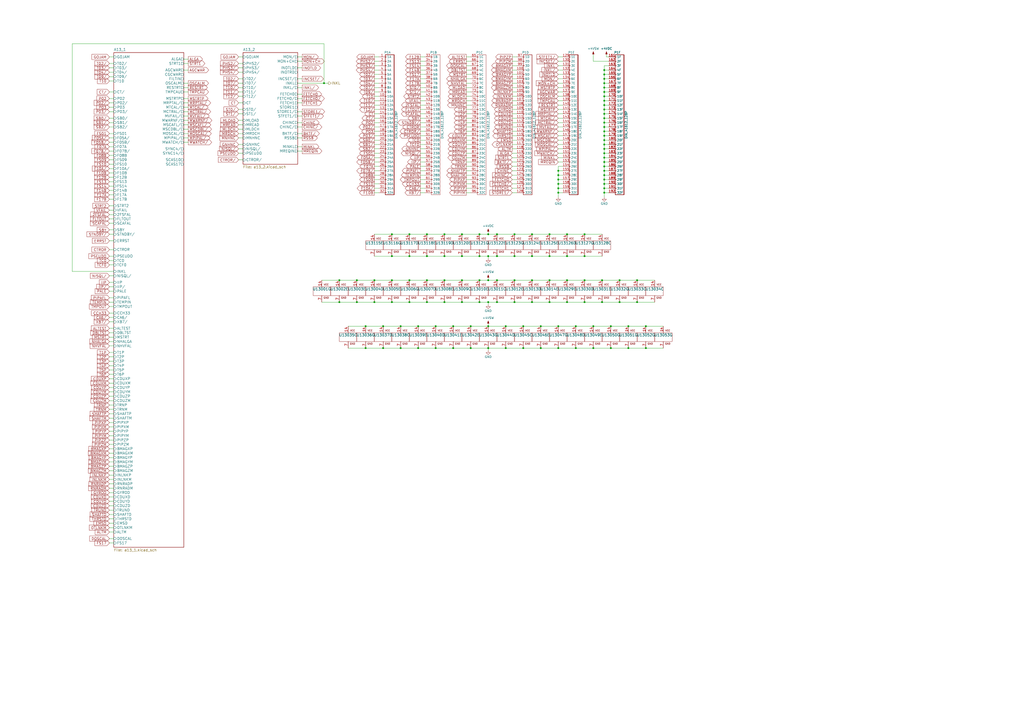
<source format=kicad_sch>
(kicad_sch (version 20211123) (generator eeschema)
  (paper "A2")
  (junction (at 344.17 201.93))
  (junction (at 369.57 175.26))
  (junction (at 278.13 135.89))
  (junction (at 350.52 63.5))
  (junction (at 247.65 148.59))
  (junction (at 283.21 148.59))
  (junction (at 359.41 175.26))
  (junction (at 288.29 135.89))
  (junction (at 267.97 135.89))
  (junction (at 237.49 162.56))
  (junction (at 267.97 148.59))
  (junction (at 328.93 162.56))
  (junction (at 328.93 135.89))
  (junction (at 323.85 201.93))
  (junction (at 283.21 162.56))
  (junction (at 339.09 162.56))
  (junction (at 242.57 201.93))
  (junction (at 350.52 71.12))
  (junction (at 374.65 189.23))
  (junction (at 196.85 162.56))
  (junction (at 350.52 109.22))
  (junction (at 350.52 53.34))
  (junction (at 207.01 162.56))
  (junction (at 350.52 43.18))
  (junction (at 350.52 88.9))
  (junction (at 222.25 189.23))
  (junction (at 267.97 162.56))
  (junction (at 369.57 162.56))
  (junction (at 350.52 96.52))
  (junction (at 323.85 101.6))
  (junction (at 350.52 45.72))
  (junction (at 350.52 91.44))
  (junction (at 298.45 135.89))
  (junction (at 354.33 201.93))
  (junction (at 318.77 175.26))
  (junction (at 313.69 201.93))
  (junction (at 273.05 189.23))
  (junction (at 350.52 76.2))
  (junction (at 207.01 175.26))
  (junction (at 257.81 175.26))
  (junction (at 328.93 175.26))
  (junction (at 350.52 104.14))
  (junction (at 232.41 189.23))
  (junction (at 237.49 175.26))
  (junction (at 227.33 135.89))
  (junction (at 247.65 175.26))
  (junction (at 334.01 201.93))
  (junction (at 323.85 189.23))
  (junction (at 303.53 189.23))
  (junction (at 227.33 175.26))
  (junction (at 350.52 93.98))
  (junction (at 212.09 189.23))
  (junction (at 350.52 83.82))
  (junction (at 283.21 175.26))
  (junction (at 344.17 189.23))
  (junction (at 187.96 48.26))
  (junction (at 227.33 162.56))
  (junction (at 242.57 189.23))
  (junction (at 364.49 189.23))
  (junction (at 283.21 189.23))
  (junction (at 350.52 106.68))
  (junction (at 283.21 135.89))
  (junction (at 350.52 99.06))
  (junction (at 247.65 162.56))
  (junction (at 350.52 40.64))
  (junction (at 196.85 175.26))
  (junction (at 339.09 175.26))
  (junction (at 354.33 189.23))
  (junction (at 339.09 148.59))
  (junction (at 318.77 162.56))
  (junction (at 350.52 66.04))
  (junction (at 232.41 201.93))
  (junction (at 267.97 175.26))
  (junction (at 237.49 135.89))
  (junction (at 278.13 148.59))
  (junction (at 349.25 162.56))
  (junction (at 334.01 189.23))
  (junction (at 359.41 162.56))
  (junction (at 350.52 86.36))
  (junction (at 273.05 201.93))
  (junction (at 308.61 148.59))
  (junction (at 350.52 50.8))
  (junction (at 257.81 162.56))
  (junction (at 293.37 201.93))
  (junction (at 217.17 175.26))
  (junction (at 350.52 68.58))
  (junction (at 308.61 135.89))
  (junction (at 262.89 189.23))
  (junction (at 298.45 148.59))
  (junction (at 257.81 135.89))
  (junction (at 308.61 175.26))
  (junction (at 308.61 162.56))
  (junction (at 283.21 201.93))
  (junction (at 252.73 189.23))
  (junction (at 328.93 148.59))
  (junction (at 350.52 101.6))
  (junction (at 303.53 201.93))
  (junction (at 247.65 135.89))
  (junction (at 222.25 201.93))
  (junction (at 350.52 111.76))
  (junction (at 323.85 106.68))
  (junction (at 313.69 189.23))
  (junction (at 288.29 162.56))
  (junction (at 350.52 81.28))
  (junction (at 374.65 201.93))
  (junction (at 217.17 162.56))
  (junction (at 339.09 135.89))
  (junction (at 364.49 201.93))
  (junction (at 323.85 109.22))
  (junction (at 278.13 175.26))
  (junction (at 349.25 175.26))
  (junction (at 212.09 201.93))
  (junction (at 288.29 148.59))
  (junction (at 350.52 73.66))
  (junction (at 350.52 60.96))
  (junction (at 298.45 175.26))
  (junction (at 288.29 175.26))
  (junction (at 323.85 104.14))
  (junction (at 323.85 111.76))
  (junction (at 350.52 48.26))
  (junction (at 293.37 189.23))
  (junction (at 350.52 78.74))
  (junction (at 262.89 201.93))
  (junction (at 252.73 201.93))
  (junction (at 318.77 135.89))
  (junction (at 318.77 148.59))
  (junction (at 350.52 58.42))
  (junction (at 237.49 148.59))
  (junction (at 298.45 162.56))
  (junction (at 227.33 148.59))
  (junction (at 323.85 99.06))
  (junction (at 257.81 148.59))
  (junction (at 278.13 162.56))
  (junction (at 350.52 55.88))
  (wire (pts (xy 109.22 50.8) (xy 106.68 50.8)))
  (wire (pts (xy 297.18 99.06) (xy 299.72 99.06)))
  (wire (pts (xy 297.18 50.8) (xy 299.72 50.8)))
  (wire (pts (xy 350.52 63.5) (xy 353.06 63.5)))
  (wire (pts (xy 270.51 86.36) (xy 273.05 86.36)))
  (wire (pts (xy 63.5 198.12) (xy 66.04 198.12)))
  (wire (pts (xy 350.52 53.34) (xy 353.06 53.34)))
  (wire (pts (xy 344.17 201.93) (xy 354.33 201.93)))
  (wire (pts (xy 297.18 43.18) (xy 299.72 43.18)))
  (wire (pts (xy 138.43 72.39) (xy 140.97 72.39)))
  (wire (pts (xy 323.85 33.02) (xy 326.39 33.02)))
  (wire (pts (xy 196.85 175.26) (xy 186.69 175.26)))
  (wire (pts (xy 318.77 162.56) (xy 328.93 162.56)))
  (wire (pts (xy 63.5 46.99) (xy 66.04 46.99)))
  (wire (pts (xy 63.5 306.07) (xy 66.04 306.07)))
  (wire (pts (xy 243.84 96.52) (xy 246.38 96.52)))
  (wire (pts (xy 243.84 73.66) (xy 246.38 73.66)))
  (wire (pts (xy 350.52 68.58) (xy 350.52 71.12)))
  (wire (pts (xy 323.85 48.26) (xy 326.39 48.26)))
  (wire (pts (xy 297.18 101.6) (xy 299.72 101.6)))
  (wire (pts (xy 243.84 93.98) (xy 246.38 93.98)))
  (wire (pts (xy 350.52 109.22) (xy 353.06 109.22)))
  (wire (pts (xy 227.33 175.26) (xy 217.17 175.26)))
  (wire (pts (xy 350.52 111.76) (xy 350.52 114.3)))
  (wire (pts (xy 350.52 111.76) (xy 353.06 111.76)))
  (wire (pts (xy 63.5 217.17) (xy 66.04 217.17)))
  (wire (pts (xy 323.85 68.58) (xy 326.39 68.58)))
  (wire (pts (xy 217.17 91.44) (xy 219.71 91.44)))
  (wire (pts (xy 270.51 88.9) (xy 273.05 88.9)))
  (wire (pts (xy 308.61 135.89) (xy 318.77 135.89)))
  (wire (pts (xy 41.91 157.48) (xy 66.04 157.48)))
  (wire (pts (xy 109.22 62.23) (xy 106.68 62.23)))
  (wire (pts (xy 63.5 82.55) (xy 66.04 82.55)))
  (wire (pts (xy 63.5 184.15) (xy 66.04 184.15)))
  (wire (pts (xy 63.5 252.73) (xy 66.04 252.73)))
  (wire (pts (xy 288.29 148.59) (xy 298.45 148.59)))
  (wire (pts (xy 350.52 48.26) (xy 353.06 48.26)))
  (wire (pts (xy 350.52 96.52) (xy 350.52 99.06)))
  (wire (pts (xy 138.43 55.88) (xy 140.97 55.88)))
  (wire (pts (xy 298.45 162.56) (xy 308.61 162.56)))
  (wire (pts (xy 222.25 201.93) (xy 232.41 201.93)))
  (wire (pts (xy 297.18 86.36) (xy 299.72 86.36)))
  (wire (pts (xy 217.17 33.02) (xy 219.71 33.02)))
  (wire (pts (xy 175.26 87.63) (xy 172.72 87.63)))
  (wire (pts (xy 323.85 99.06) (xy 323.85 101.6)))
  (wire (pts (xy 297.18 109.22) (xy 299.72 109.22)))
  (wire (pts (xy 283.21 189.23) (xy 293.37 189.23)))
  (wire (pts (xy 138.43 59.69) (xy 140.97 59.69)))
  (wire (pts (xy 217.17 109.22) (xy 219.71 109.22)))
  (wire (pts (xy 63.5 95.25) (xy 66.04 95.25)))
  (wire (pts (xy 138.43 88.9) (xy 140.97 88.9)))
  (wire (pts (xy 217.17 101.6) (xy 219.71 101.6)))
  (wire (pts (xy 323.85 81.28) (xy 326.39 81.28)))
  (wire (pts (xy 344.17 35.56) (xy 353.06 35.56)))
  (wire (pts (xy 63.5 168.91) (xy 66.04 168.91)))
  (wire (pts (xy 243.84 63.5) (xy 246.38 63.5)))
  (wire (pts (xy 227.33 162.56) (xy 237.49 162.56)))
  (wire (pts (xy 334.01 189.23) (xy 344.17 189.23)))
  (wire (pts (xy 63.5 36.83) (xy 66.04 36.83)))
  (wire (pts (xy 323.85 53.34) (xy 326.39 53.34)))
  (wire (pts (xy 350.52 50.8) (xy 350.52 53.34)))
  (wire (pts (xy 323.85 104.14) (xy 326.39 104.14)))
  (wire (pts (xy 217.17 104.14) (xy 219.71 104.14)))
  (wire (pts (xy 227.33 148.59) (xy 237.49 148.59)))
  (wire (pts (xy 350.52 76.2) (xy 350.52 78.74)))
  (wire (pts (xy 297.18 104.14) (xy 299.72 104.14)))
  (wire (pts (xy 270.51 104.14) (xy 273.05 104.14)))
  (wire (pts (xy 243.84 71.12) (xy 246.38 71.12)))
  (wire (pts (xy 323.85 106.68) (xy 326.39 106.68)))
  (wire (pts (xy 243.84 55.88) (xy 246.38 55.88)))
  (wire (pts (xy 323.85 66.04) (xy 326.39 66.04)))
  (wire (pts (xy 270.51 45.72) (xy 273.05 45.72)))
  (wire (pts (xy 63.5 312.42) (xy 66.04 312.42)))
  (wire (pts (xy 175.26 85.09) (xy 172.72 85.09)))
  (wire (pts (xy 350.52 68.58) (xy 353.06 68.58)))
  (wire (pts (xy 227.33 135.89) (xy 237.49 135.89)))
  (wire (pts (xy 63.5 255.27) (xy 66.04 255.27)))
  (wire (pts (xy 138.43 53.34) (xy 140.97 53.34)))
  (wire (pts (xy 243.84 33.02) (xy 246.38 33.02)))
  (wire (pts (xy 350.52 76.2) (xy 353.06 76.2)))
  (wire (pts (xy 63.5 92.71) (xy 66.04 92.71)))
  (wire (pts (xy 247.65 162.56) (xy 257.81 162.56)))
  (wire (pts (xy 350.52 66.04) (xy 350.52 68.58)))
  (wire (pts (xy 283.21 201.93) (xy 293.37 201.93)))
  (wire (pts (xy 63.5 148.59) (xy 66.04 148.59)))
  (wire (pts (xy 63.5 278.13) (xy 66.04 278.13)))
  (wire (pts (xy 297.18 83.82) (xy 299.72 83.82)))
  (wire (pts (xy 323.85 111.76) (xy 326.39 111.76)))
  (wire (pts (xy 63.5 124.46) (xy 66.04 124.46)))
  (wire (pts (xy 109.22 64.77) (xy 106.68 64.77)))
  (wire (pts (xy 297.18 53.34) (xy 299.72 53.34)))
  (wire (pts (xy 138.43 80.01) (xy 140.97 80.01)))
  (wire (pts (xy 308.61 148.59) (xy 318.77 148.59)))
  (wire (pts (xy 328.93 162.56) (xy 339.09 162.56)))
  (wire (pts (xy 243.84 40.64) (xy 246.38 40.64)))
  (wire (pts (xy 217.17 66.04) (xy 219.71 66.04)))
  (wire (pts (xy 297.18 73.66) (xy 299.72 73.66)))
  (wire (pts (xy 364.49 189.23) (xy 374.65 189.23)))
  (wire (pts (xy 217.17 40.64) (xy 219.71 40.64)))
  (wire (pts (xy 354.33 189.23) (xy 364.49 189.23)))
  (wire (pts (xy 350.52 93.98) (xy 353.06 93.98)))
  (wire (pts (xy 109.22 80.01) (xy 106.68 80.01)))
  (wire (pts (xy 63.5 100.33) (xy 66.04 100.33)))
  (wire (pts (xy 350.52 96.52) (xy 353.06 96.52)))
  (wire (pts (xy 350.52 88.9) (xy 350.52 91.44)))
  (wire (pts (xy 138.43 48.26) (xy 140.97 48.26)))
  (wire (pts (xy 63.5 265.43) (xy 66.04 265.43)))
  (wire (pts (xy 270.51 81.28) (xy 273.05 81.28)))
  (wire (pts (xy 243.84 101.6) (xy 246.38 101.6)))
  (wire (pts (xy 270.51 78.74) (xy 273.05 78.74)))
  (wire (pts (xy 323.85 96.52) (xy 323.85 99.06)))
  (wire (pts (xy 212.09 189.23) (xy 222.25 189.23)))
  (wire (pts (xy 138.43 45.72) (xy 140.97 45.72)))
  (wire (pts (xy 350.52 83.82) (xy 353.06 83.82)))
  (wire (pts (xy 323.85 71.12) (xy 326.39 71.12)))
  (wire (pts (xy 270.51 48.26) (xy 273.05 48.26)))
  (wire (pts (xy 323.85 38.1) (xy 326.39 38.1)))
  (wire (pts (xy 217.17 135.89) (xy 227.33 135.89)))
  (wire (pts (xy 270.51 68.58) (xy 273.05 68.58)))
  (wire (pts (xy 270.51 53.34) (xy 273.05 53.34)))
  (wire (pts (xy 63.5 163.83) (xy 66.04 163.83)))
  (wire (pts (xy 63.5 62.23) (xy 66.04 62.23)))
  (wire (pts (xy 63.5 270.51) (xy 66.04 270.51)))
  (wire (pts (xy 270.51 101.6) (xy 273.05 101.6)))
  (wire (pts (xy 350.52 91.44) (xy 350.52 93.98)))
  (wire (pts (xy 350.52 45.72) (xy 350.52 48.26)))
  (wire (pts (xy 297.18 33.02) (xy 299.72 33.02)))
  (wire (pts (xy 138.43 66.04) (xy 140.97 66.04)))
  (wire (pts (xy 212.09 201.93) (xy 222.25 201.93)))
  (wire (pts (xy 138.43 39.37) (xy 140.97 39.37)))
  (wire (pts (xy 243.84 104.14) (xy 246.38 104.14)))
  (wire (pts (xy 283.21 201.93) (xy 283.21 203.2)))
  (wire (pts (xy 63.5 115.57) (xy 66.04 115.57)))
  (wire (pts (xy 323.85 104.14) (xy 323.85 106.68)))
  (wire (pts (xy 243.84 50.8) (xy 246.38 50.8)))
  (wire (pts (xy 350.52 81.28) (xy 353.06 81.28)))
  (wire (pts (xy 217.17 86.36) (xy 219.71 86.36)))
  (wire (pts (xy 109.22 36.83) (xy 106.68 36.83)))
  (wire (pts (xy 63.5 119.38) (xy 66.04 119.38)))
  (wire (pts (xy 175.26 80.01) (xy 172.72 80.01)))
  (wire (pts (xy 63.5 107.95) (xy 66.04 107.95)))
  (wire (pts (xy 288.29 135.89) (xy 298.45 135.89)))
  (wire (pts (xy 63.5 245.11) (xy 66.04 245.11)))
  (wire (pts (xy 297.18 111.76) (xy 299.72 111.76)))
  (wire (pts (xy 339.09 162.56) (xy 349.25 162.56)))
  (wire (pts (xy 323.85 40.64) (xy 326.39 40.64)))
  (wire (pts (xy 283.21 175.26) (xy 283.21 176.53)))
  (wire (pts (xy 217.17 162.56) (xy 227.33 162.56)))
  (wire (pts (xy 270.51 50.8) (xy 273.05 50.8)))
  (wire (pts (xy 350.52 38.1) (xy 353.06 38.1)))
  (wire (pts (xy 217.17 63.5) (xy 219.71 63.5)))
  (wire (pts (xy 242.57 201.93) (xy 252.73 201.93)))
  (wire (pts (xy 63.5 80.01) (xy 66.04 80.01)))
  (wire (pts (xy 63.5 151.13) (xy 66.04 151.13)))
  (wire (pts (xy 63.5 195.58) (xy 66.04 195.58)))
  (wire (pts (xy 270.51 93.98) (xy 273.05 93.98)))
  (wire (pts (xy 63.5 186.69) (xy 66.04 186.69)))
  (wire (pts (xy 323.85 63.5) (xy 326.39 63.5)))
  (wire (pts (xy 243.84 58.42) (xy 246.38 58.42)))
  (wire (pts (xy 247.65 175.26) (xy 237.49 175.26)))
  (wire (pts (xy 138.43 77.47) (xy 140.97 77.47)))
  (wire (pts (xy 63.5 113.03) (xy 66.04 113.03)))
  (wire (pts (xy 278.13 175.26) (xy 267.97 175.26)))
  (wire (pts (xy 109.22 59.69) (xy 106.68 59.69)))
  (wire (pts (xy 63.5 71.12) (xy 66.04 71.12)))
  (wire (pts (xy 63.5 300.99) (xy 66.04 300.99)))
  (wire (pts (xy 350.52 58.42) (xy 353.06 58.42)))
  (wire (pts (xy 374.65 189.23) (xy 384.81 189.23)))
  (wire (pts (xy 217.17 81.28) (xy 219.71 81.28)))
  (wire (pts (xy 63.5 127) (xy 66.04 127)))
  (wire (pts (xy 323.85 109.22) (xy 326.39 109.22)))
  (wire (pts (xy 270.51 96.52) (xy 273.05 96.52)))
  (wire (pts (xy 217.17 53.34) (xy 219.71 53.34)))
  (wire (pts (xy 63.5 44.45) (xy 66.04 44.45)))
  (wire (pts (xy 63.5 227.33) (xy 66.04 227.33)))
  (wire (pts (xy 175.26 64.77) (xy 172.72 64.77)))
  (wire (pts (xy 323.85 35.56) (xy 326.39 35.56)))
  (wire (pts (xy 350.52 66.04) (xy 353.06 66.04)))
  (wire (pts (xy 323.85 88.9) (xy 326.39 88.9)))
  (wire (pts (xy 243.84 68.58) (xy 246.38 68.58)))
  (wire (pts (xy 350.52 58.42) (xy 350.52 60.96)))
  (wire (pts (xy 323.85 55.88) (xy 326.39 55.88)))
  (wire (pts (xy 297.18 35.56) (xy 299.72 35.56)))
  (wire (pts (xy 217.17 78.74) (xy 219.71 78.74)))
  (wire (pts (xy 63.5 102.87) (xy 66.04 102.87)))
  (wire (pts (xy 63.5 33.02) (xy 66.04 33.02)))
  (wire (pts (xy 217.17 93.98) (xy 219.71 93.98)))
  (wire (pts (xy 217.17 55.88) (xy 219.71 55.88)))
  (wire (pts (xy 270.51 58.42) (xy 273.05 58.42)))
  (wire (pts (xy 217.17 48.26) (xy 219.71 48.26)))
  (wire (pts (xy 283.21 148.59) (xy 288.29 148.59)))
  (wire (pts (xy 41.91 25.4) (xy 41.91 157.48)))
  (wire (pts (xy 350.52 88.9) (xy 353.06 88.9)))
  (wire (pts (xy 63.5 177.8) (xy 66.04 177.8)))
  (wire (pts (xy 323.85 106.68) (xy 323.85 109.22)))
  (wire (pts (xy 257.81 135.89) (xy 267.97 135.89)))
  (wire (pts (xy 63.5 41.91) (xy 66.04 41.91)))
  (wire (pts (xy 297.18 48.26) (xy 299.72 48.26)))
  (wire (pts (xy 207.01 162.56) (xy 217.17 162.56)))
  (wire (pts (xy 283.21 148.59) (xy 283.21 149.86)))
  (wire (pts (xy 138.43 41.91) (xy 140.97 41.91)))
  (wire (pts (xy 63.5 181.61) (xy 66.04 181.61)))
  (wire (pts (xy 308.61 175.26) (xy 298.45 175.26)))
  (wire (pts (xy 109.22 40.64) (xy 106.68 40.64)))
  (wire (pts (xy 138.43 83.82) (xy 140.97 83.82)))
  (wire (pts (xy 175.26 33.02) (xy 172.72 33.02)))
  (wire (pts (xy 186.69 162.56) (xy 196.85 162.56)))
  (wire (pts (xy 237.49 135.89) (xy 247.65 135.89)))
  (wire (pts (xy 374.65 201.93) (xy 384.81 201.93)))
  (wire (pts (xy 217.17 99.06) (xy 219.71 99.06)))
  (wire (pts (xy 267.97 148.59) (xy 278.13 148.59)))
  (wire (pts (xy 328.93 148.59) (xy 339.09 148.59)))
  (wire (pts (xy 217.17 96.52) (xy 219.71 96.52)))
  (wire (pts (xy 350.52 81.28) (xy 350.52 83.82)))
  (wire (pts (xy 217.17 43.18) (xy 219.71 43.18)))
  (wire (pts (xy 63.5 260.35) (xy 66.04 260.35)))
  (wire (pts (xy 369.57 175.26) (xy 359.41 175.26)))
  (wire (pts (xy 109.22 53.34) (xy 106.68 53.34)))
  (wire (pts (xy 350.52 99.06) (xy 353.06 99.06)))
  (wire (pts (xy 63.5 204.47) (xy 66.04 204.47)))
  (wire (pts (xy 175.26 57.15) (xy 172.72 57.15)))
  (wire (pts (xy 175.26 39.37) (xy 172.72 39.37)))
  (wire (pts (xy 63.5 129.54) (xy 66.04 129.54)))
  (wire (pts (xy 63.5 207.01) (xy 66.04 207.01)))
  (wire (pts (xy 318.77 175.26) (xy 308.61 175.26)))
  (wire (pts (xy 323.85 91.44) (xy 326.39 91.44)))
  (wire (pts (xy 288.29 162.56) (xy 298.45 162.56)))
  (wire (pts (xy 262.89 189.23) (xy 273.05 189.23)))
  (wire (pts (xy 63.5 229.87) (xy 66.04 229.87)))
  (wire (pts (xy 232.41 189.23) (xy 242.57 189.23)))
  (wire (pts (xy 243.84 106.68) (xy 246.38 106.68)))
  (wire (pts (xy 138.43 86.36) (xy 140.97 86.36)))
  (wire (pts (xy 350.52 109.22) (xy 350.52 111.76)))
  (wire (pts (xy 313.69 201.93) (xy 323.85 201.93)))
  (wire (pts (xy 63.5 234.95) (xy 66.04 234.95)))
  (wire (pts (xy 297.18 60.96) (xy 299.72 60.96)))
  (wire (pts (xy 63.5 232.41) (xy 66.04 232.41)))
  (wire (pts (xy 350.52 73.66) (xy 353.06 73.66)))
  (wire (pts (xy 350.52 86.36) (xy 350.52 88.9)))
  (wire (pts (xy 350.52 101.6) (xy 350.52 104.14)))
  (wire (pts (xy 175.26 50.8) (xy 172.72 50.8)))
  (wire (pts (xy 350.52 71.12) (xy 350.52 73.66)))
  (wire (pts (xy 283.21 161.29) (xy 283.21 162.56)))
  (wire (pts (xy 297.18 40.64) (xy 299.72 40.64)))
  (wire (pts (xy 63.5 64.77) (xy 66.04 64.77)))
  (wire (pts (xy 323.85 101.6) (xy 326.39 101.6)))
  (wire (pts (xy 201.93 189.23) (xy 212.09 189.23)))
  (wire (pts (xy 351.79 31.75) (xy 351.79 33.02)))
  (wire (pts (xy 283.21 135.89) (xy 288.29 135.89)))
  (wire (pts (xy 350.52 83.82) (xy 350.52 86.36)))
  (wire (pts (xy 63.5 250.19) (xy 66.04 250.19)))
  (wire (pts (xy 243.84 66.04) (xy 246.38 66.04)))
  (wire (pts (xy 175.26 54.61) (xy 172.72 54.61)))
  (wire (pts (xy 323.85 86.36) (xy 326.39 86.36)))
  (wire (pts (xy 217.17 50.8) (xy 219.71 50.8)))
  (wire (pts (xy 257.81 175.26) (xy 247.65 175.26)))
  (wire (pts (xy 297.18 106.68) (xy 299.72 106.68)))
  (wire (pts (xy 63.5 290.83) (xy 66.04 290.83)))
  (wire (pts (xy 350.52 45.72) (xy 353.06 45.72)))
  (wire (pts (xy 283.21 175.26) (xy 278.13 175.26)))
  (wire (pts (xy 297.18 76.2) (xy 299.72 76.2)))
  (wire (pts (xy 63.5 200.66) (xy 66.04 200.66)))
  (wire (pts (xy 350.52 55.88) (xy 350.52 58.42)))
  (wire (pts (xy 350.52 60.96) (xy 350.52 63.5)))
  (wire (pts (xy 350.52 91.44) (xy 353.06 91.44)))
  (wire (pts (xy 270.51 66.04) (xy 273.05 66.04)))
  (wire (pts (xy 243.84 83.82) (xy 246.38 83.82)))
  (wire (pts (xy 270.51 60.96) (xy 273.05 60.96)))
  (wire (pts (xy 109.22 72.39) (xy 106.68 72.39)))
  (wire (pts (xy 138.43 69.85) (xy 140.97 69.85)))
  (wire (pts (xy 243.84 111.76) (xy 246.38 111.76)))
  (wire (pts (xy 217.17 83.82) (xy 219.71 83.82)))
  (wire (pts (xy 175.26 45.72) (xy 172.72 45.72)))
  (wire (pts (xy 187.96 48.26) (xy 190.5 48.26)))
  (wire (pts (xy 298.45 148.59) (xy 308.61 148.59)))
  (wire (pts (xy 242.57 189.23) (xy 252.73 189.23)))
  (wire (pts (xy 63.5 105.41) (xy 66.04 105.41)))
  (wire (pts (xy 138.43 33.02) (xy 140.97 33.02)))
  (wire (pts (xy 63.5 257.81) (xy 66.04 257.81)))
  (wire (pts (xy 217.17 148.59) (xy 227.33 148.59)))
  (wire (pts (xy 323.85 50.8) (xy 326.39 50.8)))
  (wire (pts (xy 243.84 81.28) (xy 246.38 81.28)))
  (wire (pts (xy 323.85 45.72) (xy 326.39 45.72)))
  (wire (pts (xy 217.17 88.9) (xy 219.71 88.9)))
  (wire (pts (xy 63.5 139.7) (xy 66.04 139.7)))
  (wire (pts (xy 323.85 96.52) (xy 326.39 96.52)))
  (wire (pts (xy 328.93 135.89) (xy 339.09 135.89)))
  (wire (pts (xy 350.52 50.8) (xy 353.06 50.8)))
  (wire (pts (xy 283.21 162.56) (xy 288.29 162.56)))
  (wire (pts (xy 63.5 68.58) (xy 66.04 68.58)))
  (wire (pts (xy 187.96 48.26) (xy 187.96 25.4)))
  (wire (pts (xy 63.5 212.09) (xy 66.04 212.09)))
  (wire (pts (xy 297.18 71.12) (xy 299.72 71.12)))
  (wire (pts (xy 350.52 55.88) (xy 353.06 55.88)))
  (wire (pts (xy 318.77 135.89) (xy 328.93 135.89)))
  (wire (pts (xy 297.18 63.5) (xy 299.72 63.5)))
  (wire (pts (xy 350.52 104.14) (xy 353.06 104.14)))
  (wire (pts (xy 344.17 31.75) (xy 344.17 35.56)))
  (wire (pts (xy 63.5 53.34) (xy 66.04 53.34)))
  (wire (pts (xy 323.85 101.6) (xy 323.85 104.14)))
  (wire (pts (xy 63.5 175.26) (xy 66.04 175.26)))
  (wire (pts (xy 273.05 201.93) (xy 283.21 201.93)))
  (wire (pts (xy 350.52 43.18) (xy 353.06 43.18)))
  (wire (pts (xy 351.79 33.02) (xy 353.06 33.02)))
  (wire (pts (xy 270.51 33.02) (xy 273.05 33.02)))
  (wire (pts (xy 217.17 76.2) (xy 219.71 76.2)))
  (wire (pts (xy 63.5 166.37) (xy 66.04 166.37)))
  (wire (pts (xy 175.26 71.12) (xy 172.72 71.12)))
  (wire (pts (xy 297.18 93.98) (xy 299.72 93.98)))
  (wire (pts (xy 138.43 63.5) (xy 140.97 63.5)))
  (wire (pts (xy 267.97 175.26) (xy 257.81 175.26)))
  (wire (pts (xy 237.49 175.26) (xy 227.33 175.26)))
  (wire (pts (xy 270.51 43.18) (xy 273.05 43.18)))
  (wire (pts (xy 63.5 288.29) (xy 66.04 288.29)))
  (wire (pts (xy 232.41 201.93) (xy 242.57 201.93)))
  (wire (pts (xy 297.18 68.58) (xy 299.72 68.58)))
  (wire (pts (xy 243.84 53.34) (xy 246.38 53.34)))
  (wire (pts (xy 350.52 101.6) (xy 353.06 101.6)))
  (wire (pts (xy 323.85 109.22) (xy 323.85 111.76)))
  (wire (pts (xy 175.26 59.69) (xy 172.72 59.69)))
  (wire (pts (xy 63.5 90.17) (xy 66.04 90.17)))
  (wire (pts (xy 350.52 73.66) (xy 350.52 76.2)))
  (wire (pts (xy 217.17 106.68) (xy 219.71 106.68)))
  (wire (pts (xy 270.51 91.44) (xy 273.05 91.44)))
  (wire (pts (xy 243.84 88.9) (xy 246.38 88.9)))
  (wire (pts (xy 243.84 45.72) (xy 246.38 45.72)))
  (wire (pts (xy 350.52 78.74) (xy 353.06 78.74)))
  (wire (pts (xy 350.52 106.68) (xy 350.52 109.22)))
  (wire (pts (xy 270.51 99.06) (xy 273.05 99.06)))
  (wire (pts (xy 323.85 83.82) (xy 326.39 83.82)))
  (wire (pts (xy 278.13 162.56) (xy 283.21 162.56)))
  (wire (pts (xy 63.5 193.04) (xy 66.04 193.04)))
  (wire (pts (xy 63.5 144.78) (xy 66.04 144.78)))
  (wire (pts (xy 222.25 189.23) (xy 232.41 189.23)))
  (wire (pts (xy 243.84 35.56) (xy 246.38 35.56)))
  (wire (pts (xy 247.65 135.89) (xy 257.81 135.89)))
  (wire (pts (xy 293.37 189.23) (xy 303.53 189.23)))
  (wire (pts (xy 323.85 78.74) (xy 326.39 78.74)))
  (wire (pts (xy 350.52 71.12) (xy 353.06 71.12)))
  (wire (pts (xy 217.17 71.12) (xy 219.71 71.12)))
  (wire (pts (xy 323.85 99.06) (xy 326.39 99.06)))
  (wire (pts (xy 63.5 247.65) (xy 66.04 247.65)))
  (wire (pts (xy 297.18 96.52) (xy 299.72 96.52)))
  (wire (pts (xy 63.5 172.72) (xy 66.04 172.72)))
  (wire (pts (xy 270.51 35.56) (xy 273.05 35.56)))
  (wire (pts (xy 63.5 214.63) (xy 66.04 214.63)))
  (wire (pts (xy 297.18 58.42) (xy 299.72 58.42)))
  (wire (pts (xy 109.22 69.85) (xy 106.68 69.85)))
  (wire (pts (xy 237.49 148.59) (xy 247.65 148.59)))
  (wire (pts (xy 175.26 67.31) (xy 172.72 67.31)))
  (wire (pts (xy 63.5 285.75) (xy 66.04 285.75)))
  (wire (pts (xy 63.5 57.15) (xy 66.04 57.15)))
  (wire (pts (xy 328.93 175.26) (xy 318.77 175.26)))
  (wire (pts (xy 217.17 38.1) (xy 219.71 38.1)))
  (wire (pts (xy 350.52 38.1) (xy 350.52 40.64)))
  (wire (pts (xy 350.52 48.26) (xy 350.52 50.8)))
  (wire (pts (xy 273.05 189.23) (xy 283.21 189.23)))
  (wire (pts (xy 270.51 38.1) (xy 273.05 38.1)))
  (wire (pts (xy 339.09 135.89) (xy 349.25 135.89)))
  (wire (pts (xy 350.52 78.74) (xy 350.52 81.28)))
  (wire (pts (xy 63.5 59.69) (xy 66.04 59.69)))
  (wire (pts (xy 298.45 135.89) (xy 308.61 135.89)))
  (wire (pts (xy 109.22 34.29) (xy 106.68 34.29)))
  (wire (pts (xy 63.5 97.79) (xy 66.04 97.79)))
  (wire (pts (xy 379.73 175.26) (xy 369.57 175.26)))
  (wire (pts (xy 308.61 162.56) (xy 318.77 162.56)))
  (wire (pts (xy 63.5 267.97) (xy 66.04 267.97)))
  (wire (pts (xy 297.18 55.88) (xy 299.72 55.88)))
  (wire (pts (xy 63.5 39.37) (xy 66.04 39.37)))
  (wire (pts (xy 323.85 111.76) (xy 323.85 114.3)))
  (wire (pts (xy 63.5 283.21) (xy 66.04 283.21)))
  (wire (pts (xy 237.49 162.56) (xy 247.65 162.56)))
  (wire (pts (xy 270.51 76.2) (xy 273.05 76.2)))
  (wire (pts (xy 252.73 189.23) (xy 262.89 189.23)))
  (wire (pts (xy 270.51 71.12) (xy 273.05 71.12)))
  (wire (pts (xy 270.51 83.82) (xy 273.05 83.82)))
  (wire (pts (xy 109.22 48.26) (xy 106.68 48.26)))
  (wire (pts (xy 297.18 45.72) (xy 299.72 45.72)))
  (wire (pts (xy 63.5 87.63) (xy 66.04 87.63)))
  (wire (pts (xy 262.89 201.93) (xy 273.05 201.93)))
  (wire (pts (xy 138.43 74.93) (xy 140.97 74.93)))
  (wire (pts (xy 109.22 74.93) (xy 106.68 74.93)))
  (wire (pts (xy 350.52 63.5) (xy 350.52 66.04)))
  (wire (pts (xy 207.01 175.26) (xy 196.85 175.26)))
  (wire (pts (xy 63.5 219.71) (xy 66.04 219.71)))
  (wire (pts (xy 323.85 73.66) (xy 326.39 73.66)))
  (wire (pts (xy 350.52 60.96) (xy 353.06 60.96)))
  (wire (pts (xy 257.81 162.56) (xy 267.97 162.56)))
  (wire (pts (xy 63.5 280.67) (xy 66.04 280.67)))
  (wire (pts (xy 364.49 201.93) (xy 374.65 201.93)))
  (wire (pts (xy 354.33 201.93) (xy 364.49 201.93)))
  (wire (pts (xy 323.85 93.98) (xy 326.39 93.98)))
  (wire (pts (xy 138.43 92.71) (xy 140.97 92.71)))
  (wire (pts (xy 63.5 85.09) (xy 66.04 85.09)))
  (wire (pts (xy 243.84 60.96) (xy 246.38 60.96)))
  (wire (pts (xy 201.93 201.93) (xy 212.09 201.93)))
  (wire (pts (xy 63.5 314.96) (xy 66.04 314.96)))
  (wire (pts (xy 138.43 36.83) (xy 140.97 36.83)))
  (wire (pts (xy 63.5 121.92) (xy 66.04 121.92)))
  (wire (pts (xy 323.85 201.93) (xy 334.01 201.93)))
  (wire (pts (xy 278.13 135.89) (xy 283.21 135.89)))
  (wire (pts (xy 63.5 73.66) (xy 66.04 73.66)))
  (wire (pts (xy 243.84 43.18) (xy 246.38 43.18)))
  (wire (pts (xy 297.18 38.1) (xy 299.72 38.1)))
  (wire (pts (xy 63.5 240.03) (xy 66.04 240.03)))
  (wire (pts (xy 349.25 175.26) (xy 339.09 175.26)))
  (wire (pts (xy 63.5 308.61) (xy 66.04 308.61)))
  (wire (pts (xy 63.5 242.57) (xy 66.04 242.57)))
  (wire (pts (xy 270.51 73.66) (xy 273.05 73.66)))
  (wire (pts (xy 196.85 162.56) (xy 207.01 162.56)))
  (wire (pts (xy 243.84 109.22) (xy 246.38 109.22)))
  (wire (pts (xy 278.13 148.59) (xy 283.21 148.59)))
  (wire (pts (xy 63.5 160.02) (xy 66.04 160.02)))
  (wire (pts (xy 243.84 48.26) (xy 246.38 48.26)))
  (wire (pts (xy 369.57 162.56) (xy 379.73 162.56)))
  (wire (pts (xy 283.21 187.96) (xy 283.21 189.23)))
  (wire (pts (xy 350.52 43.18) (xy 350.52 45.72)))
  (wire (pts (xy 63.5 262.89) (xy 66.04 262.89)))
  (wire (pts (xy 350.52 93.98) (xy 350.52 96.52)))
  (wire (pts (xy 283.21 134.62) (xy 283.21 135.89)))
  (wire (pts (xy 297.18 66.04) (xy 299.72 66.04)))
  (wire (pts (xy 109.22 67.31) (xy 106.68 67.31)))
  (wire (pts (xy 217.17 45.72) (xy 219.71 45.72)))
  (wire (pts (xy 109.22 82.55) (xy 106.68 82.55)))
  (wire (pts (xy 298.45 175.26) (xy 288.29 175.26)))
  (wire (pts (xy 63.5 77.47) (xy 66.04 77.47)))
  (wire (pts (xy 63.5 135.89) (xy 66.04 135.89)))
  (wire (pts (xy 349.25 162.56) (xy 359.41 162.56)))
  (wire (pts (xy 217.17 60.96) (xy 219.71 60.96)))
  (wire (pts (xy 359.41 162.56) (xy 369.57 162.56)))
  (wire (pts (xy 172.72 48.26) (xy 187.96 48.26)))
  (wire (pts (xy 323.85 43.18) (xy 326.39 43.18)))
  (wire (pts (xy 63.5 224.79) (xy 66.04 224.79)))
  (wire (pts (xy 344.17 189.23) (xy 354.33 189.23)))
  (wire (pts (xy 339.09 148.59) (xy 349.25 148.59)))
  (wire (pts (xy 63.5 190.5) (xy 66.04 190.5)))
  (wire (pts (xy 217.17 111.76) (xy 219.71 111.76)))
  (wire (pts (xy 63.5 237.49) (xy 66.04 237.49)))
  (wire (pts (xy 109.22 77.47) (xy 106.68 77.47)))
  (wire (pts (xy 270.51 111.76) (xy 273.05 111.76)))
  (wire (pts (xy 297.18 81.28) (xy 299.72 81.28)))
  (wire (pts (xy 217.17 35.56) (xy 219.71 35.56)))
  (wire (pts (xy 350.52 99.06) (xy 350.52 101.6)))
  (wire (pts (xy 63.5 153.67) (xy 66.04 153.67)))
  (wire (pts (xy 109.22 57.15) (xy 106.68 57.15)))
  (wire (pts (xy 217.17 73.66) (xy 219.71 73.66)))
  (wire (pts (xy 318.77 148.59) (xy 328.93 148.59)))
  (wire (pts (xy 63.5 222.25) (xy 66.04 222.25)))
  (wire (pts (xy 243.84 76.2) (xy 246.38 76.2)))
  (wire (pts (xy 323.85 189.23) (xy 334.01 189.23)))
  (wire (pts (xy 63.5 273.05) (xy 66.04 273.05)))
  (wire (pts (xy 243.84 99.06) (xy 246.38 99.06)))
  (wire (pts (xy 270.51 55.88) (xy 273.05 55.88)))
  (wire (pts (xy 63.5 110.49) (xy 66.04 110.49)))
  (wire (pts (xy 297.18 78.74) (xy 299.72 78.74)))
  (wire (pts (xy 187.96 25.4) (xy 41.91 25.4)))
  (wire (pts (xy 270.51 106.68) (xy 273.05 106.68)))
  (wire (pts (xy 323.85 76.2) (xy 326.39 76.2)))
  (wire (pts (xy 243.84 91.44) (xy 246.38 91.44)))
  (wire (pts (xy 243.84 38.1) (xy 246.38 38.1)))
  (wire (pts (xy 350.52 86.36) (xy 353.06 86.36)))
  (wire (pts (xy 350.52 53.34) (xy 350.52 55.88)))
  (wire (pts (xy 175.26 73.66) (xy 172.72 73.66)))
  (wire (pts (xy 297.18 91.44) (xy 299.72 91.44)))
  (wire (pts (xy 303.53 201.93) (xy 313.69 201.93)))
  (wire (pts (xy 270.51 63.5) (xy 273.05 63.5)))
  (wire (pts (xy 63.5 133.35) (xy 66.04 133.35)))
  (wire (pts (xy 297.18 88.9) (xy 299.72 88.9)))
  (wire (pts (xy 217.17 68.58) (xy 219.71 68.58)))
  (wire (pts (xy 252.73 201.93) (xy 262.89 201.93)))
  (wire (pts (xy 217.17 175.26) (xy 207.01 175.26)))
  (wire (pts (xy 267.97 162.56) (xy 278.13 162.56)))
  (wire (pts (xy 217.17 58.42) (xy 219.71 58.42)))
  (wire (pts (xy 350.52 40.64) (xy 353.06 40.64)))
  (wire (pts (xy 359.41 175.26) (xy 349.25 175.26)))
  (wire (pts (xy 63.5 295.91) (xy 66.04 295.91)))
  (wire (pts (xy 175.26 77.47) (xy 172.72 77.47)))
  (wire (pts (xy 293.37 201.93) (xy 303.53 201.93)))
  (wire (pts (xy 63.5 209.55) (xy 66.04 209.55)))
  (wire (pts (xy 339.09 175.26) (xy 328.93 175.26)))
  (wire (pts (xy 350.52 106.68) (xy 353.06 106.68)))
  (wire (pts (xy 350.52 104.14) (xy 350.52 106.68)))
  (wire (pts (xy 303.53 189.23) (xy 313.69 189.23)))
  (wire (pts (xy 350.52 40.64) (xy 350.52 43.18)))
  (wire (pts (xy 257.81 148.59) (xy 267.97 148.59)))
  (wire (pts (xy 63.5 293.37) (xy 66.04 293.37)))
  (wire (pts (xy 334.01 201.93) (xy 344.17 201.93)))
  (wire (pts (xy 63.5 275.59) (xy 66.04 275.59)))
  (wire (pts (xy 175.26 35.56) (xy 172.72 35.56)))
  (wire (pts (xy 138.43 50.8) (xy 140.97 50.8)))
  (wire (pts (xy 247.65 148.59) (xy 257.81 148.59)))
  (wire (pts (xy 313.69 189.23) (xy 323.85 189.23)))
  (wire (pts (xy 323.85 58.42) (xy 326.39 58.42)))
  (wire (pts (xy 267.97 135.89) (xy 278.13 135.89)))
  (wire (pts (xy 63.5 298.45) (xy 66.04 298.45)))
  (wire (pts (xy 243.84 78.74) (xy 246.38 78.74)))
  (wire (pts (xy 323.85 60.96) (xy 326.39 60.96)))
  (wire (pts (xy 270.51 40.64) (xy 273.05 40.64)))
  (wire (pts (xy 288.29 175.26) (xy 283.21 175.26)))
  (wire (pts (xy 243.84 86.36) (xy 246.38 86.36)))
  (wire (pts (xy 270.51 109.22) (xy 273.05 109.22)))
  (wire (pts (xy 63.5 303.53) (xy 66.04 303.53)))
  (global_label "FS13" (shape input) (at 63.5 105.41 180) (effects (font (size 1.524 1.524))) (property "Referenzen zwischen Schaltplänen" "${INTERSHEET_REFS}" (effects hide)))
  (global_label "PHS2/" (shape output) (at 217.17 35.56 180) (effects (font (size 1.524 1.524))) (property "Referenzen zwischen Schaltplänen" "${INTERSHEET_REFS}" (effects hide)))
  (global_label "ALTEST" (shape output) (at 270.51 33.02 180) (effects (font (size 1.524 1.524))) (property "Referenzen zwischen Schaltplänen" "${INTERSHEET_REFS}" (effects hide)))
  (global_label "SBY" (shape output) (at 243.84 68.58 180) (effects (font (size 1.524 1.524))) (property "Referenzen zwischen Schaltplänen" "${INTERSHEET_REFS}" (effects hide)))
  (global_label "T12/" (shape output) (at 217.17 63.5 180) (effects (font (size 1.524 1.524))) (property "Referenzen zwischen Schaltplänen" "${INTERSHEET_REFS}" (effects hide)))
  (global_label "F10B" (shape output) (at 217.17 111.76 180) (effects (font (size 1.524 1.524))) (property "Referenzen zwischen Schaltplänen" "${INTERSHEET_REFS}" (effects hide)))
  (global_label "FETCH0" (shape input) (at 297.18 104.14 180) (effects (font (size 1.524 1.524))) (property "Referenzen zwischen Schaltplänen" "${INTERSHEET_REFS}" (effects hide)))
  (global_label "MSCDBL/" (shape input) (at 323.85 81.28 180) (effects (font (size 1.524 1.524))) (property "Referenzen zwischen Schaltplänen" "${INTERSHEET_REFS}" (effects hide)))
  (global_label "MRPTAL/" (shape output) (at 109.22 59.69 0) (effects (font (size 1.524 1.524))) (property "Referenzen zwischen Schaltplänen" "${INTERSHEET_REFS}" (effects hide)))
  (global_label "T6P" (shape input) (at 63.5 217.17 180) (effects (font (size 1.524 1.524))) (property "Referenzen zwischen Schaltplänen" "${INTERSHEET_REFS}" (effects hide)))
  (global_label "F05B/" (shape output) (at 217.17 93.98 180) (effects (font (size 1.524 1.524))) (property "Referenzen zwischen Schaltplänen" "${INTERSHEET_REFS}" (effects hide)))
  (global_label "RESTRT" (shape output) (at 109.22 50.8 0) (effects (font (size 1.524 1.524))) (property "Referenzen zwischen Schaltplänen" "${INTERSHEET_REFS}" (effects hide)))
  (global_label "F17B" (shape input) (at 63.5 115.57 180) (effects (font (size 1.524 1.524))) (property "Referenzen zwischen Schaltplänen" "${INTERSHEET_REFS}" (effects hide)))
  (global_label "STFET1/" (shape output) (at 175.26 67.31 0) (effects (font (size 1.524 1.524))) (property "Referenzen zwischen Schaltplänen" "${INTERSHEET_REFS}" (effects hide)))
  (global_label "MSCDBL/" (shape output) (at 109.22 74.93 0) (effects (font (size 1.524 1.524))) (property "Referenzen zwischen Schaltplänen" "${INTERSHEET_REFS}" (effects hide)))
  (global_label "MSTRTP" (shape input) (at 323.85 63.5 180) (effects (font (size 1.524 1.524))) (property "Referenzen zwischen Schaltplänen" "${INTERSHEET_REFS}" (effects hide)))
  (global_label "BMAGZP" (shape input) (at 63.5 270.51 180) (effects (font (size 1.524 1.524))) (property "Referenzen zwischen Schaltplänen" "${INTERSHEET_REFS}" (effects hide)))
  (global_label "CHINC/" (shape output) (at 175.26 73.66 0) (effects (font (size 1.524 1.524))) (property "Referenzen zwischen Schaltplänen" "${INTERSHEET_REFS}" (effects hide)))
  (global_label "P02/" (shape input) (at 63.5 59.69 180) (effects (font (size 1.524 1.524))) (property "Referenzen zwischen Schaltplänen" "${INTERSHEET_REFS}" (effects hide)))
  (global_label "F17A" (shape output) (at 243.84 45.72 180) (effects (font (size 1.524 1.524))) (property "Referenzen zwischen Schaltplänen" "${INTERSHEET_REFS}" (effects hide)))
  (global_label "BMAGYP" (shape output) (at 297.18 43.18 180) (effects (font (size 1.524 1.524))) (property "Referenzen zwischen Schaltplänen" "${INTERSHEET_REFS}" (effects hide)))
  (global_label "F12B" (shape output) (at 243.84 33.02 180) (effects (font (size 1.524 1.524))) (property "Referenzen zwischen Schaltplänen" "${INTERSHEET_REFS}" (effects hide)))
  (global_label "BMAGYM" (shape output) (at 297.18 45.72 180) (effects (font (size 1.524 1.524))) (property "Referenzen zwischen Schaltplänen" "${INTERSHEET_REFS}" (effects hide)))
  (global_label "PALE" (shape input) (at 63.5 168.91 180) (effects (font (size 1.524 1.524))) (property "Referenzen zwischen Schaltplänen" "${INTERSHEET_REFS}" (effects hide)))
  (global_label "F10A/" (shape input) (at 63.5 97.79 180) (effects (font (size 1.524 1.524))) (property "Referenzen zwischen Schaltplänen" "${INTERSHEET_REFS}" (effects hide)))
  (global_label "PHS3/" (shape output) (at 217.17 38.1 180) (effects (font (size 1.524 1.524))) (property "Referenzen zwischen Schaltplänen" "${INTERSHEET_REFS}" (effects hide)))
  (global_label "T1P" (shape input) (at 63.5 204.47 180) (effects (font (size 1.524 1.524))) (property "Referenzen zwischen Schaltplänen" "${INTERSHEET_REFS}" (effects hide)))
  (global_label "MWARNF/" (shape input) (at 323.85 76.2 180) (effects (font (size 1.524 1.524))) (property "Referenzen zwischen Schaltplänen" "${INTERSHEET_REFS}" (effects hide)))
  (global_label "SB0/" (shape output) (at 217.17 81.28 180) (effects (font (size 1.524 1.524))) (property "Referenzen zwischen Schaltplänen" "${INTERSHEET_REFS}" (effects hide)))
  (global_label "P02" (shape output) (at 217.17 71.12 180) (effects (font (size 1.524 1.524))) (property "Referenzen zwischen Schaltplänen" "${INTERSHEET_REFS}" (effects hide)))
  (global_label "BMAGYP" (shape input) (at 63.5 265.43 180) (effects (font (size 1.524 1.524))) (property "Referenzen zwischen Schaltplänen" "${INTERSHEET_REFS}" (effects hide)))
  (global_label "MINKL" (shape output) (at 175.26 85.09 0) (effects (font (size 1.524 1.524))) (property "Referenzen zwischen Schaltplänen" "${INTERSHEET_REFS}" (effects hide)))
  (global_label "MON+CH" (shape input) (at 323.85 48.26 180) (effects (font (size 1.524 1.524))) (property "Referenzen zwischen Schaltplänen" "${INTERSHEET_REFS}" (effects hide)))
  (global_label "FETCH0/" (shape input) (at 297.18 106.68 180) (effects (font (size 1.524 1.524))) (property "Referenzen zwischen Schaltplänen" "${INTERSHEET_REFS}" (effects hide)))
  (global_label "FS01" (shape output) (at 217.17 88.9 180) (effects (font (size 1.524 1.524))) (property "Referenzen zwischen Schaltplänen" "${INTERSHEET_REFS}" (effects hide)))
  (global_label "EMSD" (shape output) (at 297.18 81.28 180) (effects (font (size 1.524 1.524))) (property "Referenzen zwischen Schaltplänen" "${INTERSHEET_REFS}" (effects hide)))
  (global_label "PSEUDO" (shape output) (at 243.84 78.74 180) (effects (font (size 1.524 1.524))) (property "Referenzen zwischen Schaltplänen" "${INTERSHEET_REFS}" (effects hide)))
  (global_label "F14B" (shape output) (at 243.84 40.64 180) (effects (font (size 1.524 1.524))) (property "Referenzen zwischen Schaltplänen" "${INTERSHEET_REFS}" (effects hide)))
  (global_label "INKL/" (shape output) (at 175.26 50.8 0) (effects (font (size 1.524 1.524))) (property "Referenzen zwischen Schaltplänen" "${INTERSHEET_REFS}" (effects hide)))
  (global_label "NISQL/" (shape output) (at 243.84 88.9 180) (effects (font (size 1.524 1.524))) (property "Referenzen zwischen Schaltplänen" "${INTERSHEET_REFS}" (effects hide)))
  (global_label "MWARNF/" (shape output) (at 109.22 69.85 0) (effects (font (size 1.524 1.524))) (property "Referenzen zwischen Schaltplänen" "${INTERSHEET_REFS}" (effects hide)))
  (global_label "F17A" (shape input) (at 63.5 113.03 180) (effects (font (size 1.524 1.524))) (property "Referenzen zwischen Schaltplänen" "${INTERSHEET_REFS}" (effects hide)))
  (global_label "BMAGYM" (shape input) (at 63.5 267.97 180) (effects (font (size 1.524 1.524))) (property "Referenzen zwischen Schaltplänen" "${INTERSHEET_REFS}" (effects hide)))
  (global_label "XB7/" (shape output) (at 243.84 111.76 180) (effects (font (size 1.524 1.524))) (property "Referenzen zwischen Schaltplänen" "${INTERSHEET_REFS}" (effects hide)))
  (global_label "F14B" (shape input) (at 63.5 110.49 180) (effects (font (size 1.524 1.524))) (property "Referenzen zwischen Schaltplänen" "${INTERSHEET_REFS}" (effects hide)))
  (global_label "MSCAFL/" (shape output) (at 109.22 72.39 0) (effects (font (size 1.524 1.524))) (property "Referenzen zwischen Schaltplänen" "${INTERSHEET_REFS}" (effects hide)))
  (global_label "NHVFAL" (shape input) (at 63.5 200.66 180) (effects (font (size 1.524 1.524))) (property "Referenzen zwischen Schaltplänen" "${INTERSHEET_REFS}" (effects hide)))
  (global_label "INOTLD" (shape output) (at 175.26 39.37 0) (effects (font (size 1.524 1.524))) (property "Referenzen zwischen Schaltplänen" "${INTERSHEET_REFS}" (effects hide)))
  (global_label "GNHNC" (shape input) (at 138.43 83.82 180) (effects (font (size 1.524 1.524))) (property "Referenzen zwischen Schaltplänen" "${INTERSHEET_REFS}" (effects hide)))
  (global_label "MNHNC" (shape output) (at 270.51 60.96 180) (effects (font (size 1.524 1.524))) (property "Referenzen zwischen Schaltplänen" "${INTERSHEET_REFS}" (effects hide)))
  (global_label "F07A" (shape input) (at 63.5 85.09 180) (effects (font (size 1.524 1.524))) (property "Referenzen zwischen Schaltplänen" "${INTERSHEET_REFS}" (effects hide)))
  (global_label "T09/" (shape output) (at 217.17 53.34 180) (effects (font (size 1.524 1.524))) (property "Referenzen zwischen Schaltplänen" "${INTERSHEET_REFS}" (effects hide)))
  (global_label "TRNP" (shape input) (at 63.5 234.95 180) (effects (font (size 1.524 1.524))) (property "Referenzen zwischen Schaltplänen" "${INTERSHEET_REFS}" (effects hide)))
  (global_label "EMSD" (shape input) (at 63.5 303.53 180) (effects (font (size 1.524 1.524))) (property "Referenzen zwischen Schaltplänen" "${INTERSHEET_REFS}" (effects hide)))
  (global_label "FETCH1" (shape output) (at 175.26 59.69 0) (effects (font (size 1.524 1.524))) (property "Referenzen zwischen Schaltplänen" "${INTERSHEET_REFS}" (effects hide)))
  (global_label "MREAD" (shape output) (at 270.51 53.34 180) (effects (font (size 1.524 1.524))) (property "Referenzen zwischen Schaltplänen" "${INTERSHEET_REFS}" (effects hide)))
  (global_label "MPIPAL/" (shape input) (at 323.85 86.36 180) (effects (font (size 1.524 1.524))) (property "Referenzen zwischen Schaltplänen" "${INTERSHEET_REFS}" (effects hide)))
  (global_label "PIPXP" (shape input) (at 63.5 245.11 180) (effects (font (size 1.524 1.524))) (property "Referenzen zwischen Schaltplänen" "${INTERSHEET_REFS}" (effects hide)))
  (global_label "P02" (shape input) (at 63.5 57.15 180) (effects (font (size 1.524 1.524))) (property "Referenzen zwischen Schaltplänen" "${INTERSHEET_REFS}" (effects hide)))
  (global_label "F07B/" (shape input) (at 63.5 87.63 180) (effects (font (size 1.524 1.524))) (property "Referenzen zwischen Schaltplänen" "${INTERSHEET_REFS}" (effects hide)))
  (global_label "CDUYD" (shape input) (at 63.5 290.83 180) (effects (font (size 1.524 1.524))) (property "Referenzen zwischen Schaltplänen" "${INTERSHEET_REFS}" (effects hide)))
  (global_label "GOJAM" (shape input) (at 138.43 33.02 180) (effects (font (size 1.524 1.524))) (property "Referenzen zwischen Schaltplänen" "${INTERSHEET_REFS}" (effects hide)))
  (global_label "GYROD" (shape input) (at 63.5 285.75 180) (effects (font (size 1.524 1.524))) (property "Referenzen zwischen Schaltplänen" "${INTERSHEET_REFS}" (effects hide)))
  (global_label "T2P" (shape input) (at 63.5 207.01 180) (effects (font (size 1.524 1.524))) (property "Referenzen zwischen Schaltplänen" "${INTERSHEET_REFS}" (effects hide)))
  (global_label "T12/" (shape input) (at 138.43 55.88 180) (effects (font (size 1.524 1.524))) (property "Referenzen zwischen Schaltplänen" "${INTERSHEET_REFS}" (effects hide)))
  (global_label "RNRADP" (shape output) (at 297.18 58.42 180) (effects (font (size 1.524 1.524))) (property "Referenzen zwischen Schaltplänen" "${INTERSHEET_REFS}" (effects hide)))
  (global_label "CHINC" (shape input) (at 297.18 99.06 180) (effects (font (size 1.524 1.524))) (property "Referenzen zwischen Schaltplänen" "${INTERSHEET_REFS}" (effects hide)))
  (global_label "T11/" (shape output) (at 217.17 60.96 180) (effects (font (size 1.524 1.524))) (property "Referenzen zwischen Schaltplänen" "${INTERSHEET_REFS}" (effects hide)))
  (global_label "PSEUDO" (shape input) (at 63.5 148.59 180) (effects (font (size 1.524 1.524))) (property "Referenzen zwischen Schaltplänen" "${INTERSHEET_REFS}" (effects hide)))
  (global_label "T6P" (shape output) (at 270.51 76.2 180) (effects (font (size 1.524 1.524))) (property "Referenzen zwischen Schaltplänen" "${INTERSHEET_REFS}" (effects hide)))
  (global_label "SB2/" (shape input) (at 63.5 73.66 180) (effects (font (size 1.524 1.524))) (property "Referenzen zwischen Schaltplänen" "${INTERSHEET_REFS}" (effects hide)))
  (global_label "MTCAL/" (shape output) (at 109.22 62.23 0) (effects (font (size 1.524 1.524))) (property "Referenzen zwischen Schaltplänen" "${INTERSHEET_REFS}" (effects hide)))
  (global_label "PIPYM" (shape input) (at 63.5 252.73 180) (effects (font (size 1.524 1.524))) (property "Referenzen zwischen Schaltplänen" "${INTERSHEET_REFS}" (effects hide)))
  (global_label "TRNP" (shape output) (at 270.51 93.98 180) (effects (font (size 1.524 1.524))) (property "Referenzen zwischen Schaltplänen" "${INTERSHEET_REFS}" (effects hide)))
  (global_label "NHVFAL" (shape output) (at 270.51 48.26 180) (effects (font (size 1.524 1.524))) (property "Referenzen zwischen Schaltplänen" "${INTERSHEET_REFS}" (effects hide)))
  (global_label "NHALGA" (shape input) (at 63.5 198.12 180) (effects (font (size 1.524 1.524))) (property "Referenzen zwischen Schaltplänen" "${INTERSHEET_REFS}" (effects hide)))
  (global_label "T07/" (shape output) (at 217.17 50.8 180) (effects (font (size 1.524 1.524))) (property "Referenzen zwischen Schaltplänen" "${INTERSHEET_REFS}" (effects hide)))
  (global_label "SHAFTM" (shape output) (at 270.51 101.6 180) (effects (font (size 1.524 1.524))) (property "Referenzen zwischen Schaltplänen" "${INTERSHEET_REFS}" (effects hide)))
  (global_label "TRUND" (shape input) (at 63.5 295.91 180) (effects (font (size 1.524 1.524))) (property "Referenzen zwischen Schaltplänen" "${INTERSHEET_REFS}" (effects hide)))
  (global_label "IIP/" (shape output) (at 243.84 93.98 180) (effects (font (size 1.524 1.524))) (property "Referenzen zwischen Schaltplänen" "${INTERSHEET_REFS}" (effects hide)))
  (global_label "INKL" (shape input) (at 323.85 38.1 180) (effects (font (size 1.524 1.524))) (property "Referenzen zwischen Schaltplänen" "${INTERSHEET_REFS}" (effects hide)))
  (global_label "OTLNKM" (shape input) (at 63.5 306.07 180) (effects (font (size 1.524 1.524))) (property "Referenzen zwischen Schaltplänen" "${INTERSHEET_REFS}" (effects hide)))
  (global_label "CT" (shape output) (at 217.17 66.04 180) (effects (font (size 1.524 1.524))) (property "Referenzen zwischen Schaltplänen" "${INTERSHEET_REFS}" (effects hide)))
  (global_label "GOJAM" (shape output) (at 217.17 33.02 180) (effects (font (size 1.524 1.524))) (property "Referenzen zwischen Schaltplänen" "${INTERSHEET_REFS}" (effects hide)))
  (global_label "T10" (shape input) (at 63.5 46.99 180) (effects (font (size 1.524 1.524))) (property "Referenzen zwischen Schaltplänen" "${INTERSHEET_REFS}" (effects hide)))
  (global_label "T10/" (shape input) (at 138.43 50.8 180) (effects (font (size 1.524 1.524))) (property "Referenzen zwischen Schaltplänen" "${INTERSHEET_REFS}" (effects hide)))
  (global_label "MSCAFL/" (shape input) (at 323.85 78.74 180) (effects (font (size 1.524 1.524))) (property "Referenzen zwischen Schaltplänen" "${INTERSHEET_REFS}" (effects hide)))
  (global_label "SB2/" (shape output) (at 217.17 86.36 180) (effects (font (size 1.524 1.524))) (property "Referenzen zwischen Schaltplänen" "${INTERSHEET_REFS}" (effects hide)))
  (global_label "SHAFTP" (shape output) (at 270.51 99.06 180) (effects (font (size 1.524 1.524))) (property "Referenzen zwischen Schaltplänen" "${INTERSHEET_REFS}" (effects hide)))
  (global_label "TRUND" (shape output) (at 297.18 73.66 180) (effects (font (size 1.524 1.524))) (property "Referenzen zwischen Schaltplänen" "${INTERSHEET_REFS}" (effects hide)))
  (global_label "PIPXM" (shape output) (at 270.51 106.68 180) (effects (font (size 1.524 1.524))) (property "Referenzen zwischen Schaltplänen" "${INTERSHEET_REFS}" (effects hide)))
  (global_label "T04/" (shape output) (at 217.17 48.26 180) (effects (font (size 1.524 1.524))) (property "Referenzen zwischen Schaltplänen" "${INTERSHEET_REFS}" (effects hide)))
  (global_label "F05A/" (shape input) (at 63.5 80.01 180) (effects (font (size 1.524 1.524))) (property "Referenzen zwischen Schaltplänen" "${INTERSHEET_REFS}" (effects hide)))
  (global_label "SBY" (shape input) (at 63.5 133.35 180) (effects (font (size 1.524 1.524))) (property "Referenzen zwischen Schaltplänen" "${INTERSHEET_REFS}" (effects hide)))
  (global_label "SHAFTM" (shape input) (at 63.5 242.57 180) (effects (font (size 1.524 1.524))) (property "Referenzen zwischen Schaltplänen" "${INTERSHEET_REFS}" (effects hide)))
  (global_label "2FSFAL" (shape output) (at 243.84 60.96 180) (effects (font (size 1.524 1.524))) (property "Referenzen zwischen Schaltplänen" "${INTERSHEET_REFS}" (effects hide)))
  (global_label "MNHNC" (shape input) (at 138.43 80.01 180) (effects (font (size 1.524 1.524))) (property "Referenzen zwischen Schaltplänen" "${INTERSHEET_REFS}" (effects hide)))
  (global_label "FS10" (shape output) (at 217.17 106.68 180) (effects (font (size 1.524 1.524))) (property "Referenzen zwischen Schaltplänen" "${INTERSHEET_REFS}" (effects hide)))
  (global_label "BKTF/" (shape output) (at 175.26 77.47 0) (effects (font (size 1.524 1.524))) (property "Referenzen zwischen Schaltplänen" "${INTERSHEET_REFS}" (effects hide)))
  (global_label "P03/" (shape input) (at 63.5 64.77 180) (effects (font (size 1.524 1.524))) (property "Referenzen zwischen Schaltplänen" "${INTERSHEET_REFS}" (effects hide)))
  (global_label "PIPYP" (shape input) (at 63.5 250.19 180) (effects (font (size 1.524 1.524))) (property "Referenzen zwischen Schaltplänen" "${INTERSHEET_REFS}" (effects hide)))
  (global_label "BMAGZM" (shape output) (at 297.18 50.8 180) (effects (font (size 1.524 1.524))) (property "Referenzen zwischen Schaltplänen" "${INTERSHEET_REFS}" (effects hide)))
  (global_label "TRNM" (shape input) (at 63.5 237.49 180) (effects (font (size 1.524 1.524))) (property "Referenzen zwischen Schaltplänen" "${INTERSHEET_REFS}" (effects hide)))
  (global_label "CDUXM" (shape output) (at 270.51 81.28 180) (effects (font (size 1.524 1.524))) (property "Referenzen zwischen Schaltplänen" "${INTERSHEET_REFS}" (effects hide)))
  (global_label "CDUZM" (shape output) (at 270.51 91.44 180) (effects (font (size 1.524 1.524))) (property "Referenzen zwischen Schaltplänen" "${INTERSHEET_REFS}" (effects hide)))
  (global_label "INKL/" (shape input) (at 323.85 40.64 180) (effects (font (size 1.524 1.524))) (property "Referenzen zwischen Schaltplänen" "${INTERSHEET_REFS}" (effects hide)))
  (global_label "SB0/" (shape input) (at 63.5 68.58 180) (effects (font (size 1.524 1.524))) (property "Referenzen zwischen Schaltplänen" "${INTERSHEET_REFS}" (effects hide)))
  (global_label "GYROD" (shape output) (at 297.18 63.5 180) (effects (font (size 1.524 1.524))) (property "Referenzen zwischen Schaltplänen" "${INTERSHEET_REFS}" (effects hide)))
  (global_label "BMAGXP" (shape input) (at 63.5 260.35 180) (effects (font (size 1.524 1.524))) (property "Referenzen zwischen Schaltplänen" "${INTERSHEET_REFS}" (effects hide)))
  (global_label "INLNKP" (shape output) (at 297.18 53.34 180) (effects (font (size 1.524 1.524))) (property "Referenzen zwischen Schaltplänen" "${INTERSHEET_REFS}" (effects hide)))
  (global_label "T03/" (shape output) (at 217.17 45.72 180) (effects (font (size 1.524 1.524))) (property "Referenzen zwischen Schaltplänen" "${INTERSHEET_REFS}" (effects hide)))
  (global_label "CTROR/" (shape input) (at 138.43 92.71 180) (effects (font (size 1.524 1.524))) (property "Referenzen zwischen Schaltplänen" "${INTERSHEET_REFS}" (effects hide)))
  (global_label "PSEUDO" (shape input) (at 138.43 88.9 180) (effects (font (size 1.524 1.524))) (property "Referenzen zwischen Schaltplänen" "${INTERSHEET_REFS}" (effects hide)))
  (global_label "TEMPIN" (shape input) (at 63.5 175.26 180) (effects (font (size 1.524 1.524))) (property "Referenzen zwischen Schaltplänen" "${INTERSHEET_REFS}" (effects hide)))
  (global_label "IIP" (shape input) (at 63.5 163.83 180) (effects (font (size 1.524 1.524))) (property "Referenzen zwischen Schaltplänen" "${INTERSHEET_REFS}" (effects hide)))
  (global_label "MPIPAL/" (shape output) (at 109.22 80.01 0) (effects (font (size 1.524 1.524))) (property "Referenzen zwischen Schaltplänen" "${INTERSHEET_REFS}" (effects hide)))
  (global_label "P03" (shape input) (at 63.5 62.23 180) (effects (font (size 1.524 1.524))) (property "Referenzen zwischen Schaltplänen" "${INTERSHEET_REFS}" (effects hide)))
  (global_label "CTROR" (shape output) (at 243.84 73.66 180) (effects (font (size 1.524 1.524))) (property "Referenzen zwischen Schaltplänen" "${INTERSHEET_REFS}" (effects hide)))
  (global_label "VFAIL" (shape input) (at 63.5 121.92 180) (effects (font (size 1.524 1.524))) (property "Referenzen zwischen Schaltplänen" "${INTERSHEET_REFS}" (effects hide)))
  (global_label "BMAGZP" (shape output) (at 297.18 48.26 180) (effects (font (size 1.524 1.524))) (property "Referenzen zwischen Schaltplänen" "${INTERSHEET_REFS}" (effects hide)))
  (global_label "CDUXP" (shape input) (at 63.5 219.71 180) (effects (font (size 1.524 1.524))) (property "Referenzen zwischen Schaltplänen" "${INTERSHEET_REFS}" (effects hide)))
  (global_label "F10A/" (shape output) (at 217.17 109.22 180) (effects (font (size 1.524 1.524))) (property "Referenzen zwischen Schaltplänen" "${INTERSHEET_REFS}" (effects hide)))
  (global_label "CDUZD" (shape output) (at 297.18 71.12 180) (effects (font (size 1.524 1.524))) (property "Referenzen zwischen Schaltplänen" "${INTERSHEET_REFS}" (effects hide)))
  (global_label "T03/" (shape input) (at 63.5 39.37 180) (effects (font (size 1.524 1.524))) (property "Referenzen zwischen Schaltplänen" "${INTERSHEET_REFS}" (effects hide)))
  (global_label "PIPAFL" (shape input) (at 63.5 172.72 180) (effects (font (size 1.524 1.524))) (property "Referenzen zwischen Schaltplänen" "${INTERSHEET_REFS}" (effects hide)))
  (global_label "MVFAIL/" (shape output) (at 109.22 67.31 0) (effects (font (size 1.524 1.524))) (property "Referenzen zwischen Schaltplänen" "${INTERSHEET_REFS}" (effects hide)))
  (global_label "STFET1/" (shape input) (at 323.85 33.02 180) (effects (font (size 1.524 1.524))) (property "Referenzen zwischen Schaltplänen" "${INTERSHEET_REFS}" (effects hide)))
  (global_label "MTCAL/" (shape input) (at 323.85 68.58 180) (effects (font (size 1.524 1.524))) (property "Referenzen zwischen Schaltplänen" "${INTERSHEET_REFS}" (effects hide)))
  (global_label "MON/" (shape output) (at 175.26 33.02 0) (effects (font (size 1.524 1.524))) (property "Referenzen zwischen Schaltplänen" "${INTERSHEET_REFS}" (effects hide)))
  (global_label "P02/" (shape output) (at 217.17 73.66 180) (effects (font (size 1.524 1.524))) (property "Referenzen zwischen Schaltplänen" "${INTERSHEET_REFS}" (effects hide)))
  (global_label "MOSCAL/" (shape input) (at 323.85 83.82 180) (effects (font (size 1.524 1.524))) (property "Referenzen zwischen Schaltplänen" "${INTERSHEET_REFS}" (effects hide)))
  (global_label "PIPAFL" (shape output) (at 243.84 99.06 180) (effects (font (size 1.524 1.524))) (property "Referenzen zwischen Schaltplänen" "${INTERSHEET_REFS}" (effects hide)))
  (global_label "ERRST" (shape output) (at 270.51 35.56 180) (effects (font (size 1.524 1.524))) (property "Referenzen zwischen Schaltplänen" "${INTERSHEET_REFS}" (effects hide)))
  (global_label "T1P" (shape output) (at 270.51 63.5 180) (effects (font (size 1.524 1.524))) (property "Referenzen zwischen Schaltplänen" "${INTERSHEET_REFS}" (effects hide)))
  (global_label "CDUYM" (shape input) (at 63.5 227.33 180) (effects (font (size 1.524 1.524))) (property "Referenzen zwischen Schaltplänen" "${INTERSHEET_REFS}" (effects hide)))
  (global_label "CDUZP" (shape output) (at 270.51 88.9 180) (effects (font (size 1.524 1.524))) (property "Referenzen zwischen Schaltplänen" "${INTERSHEET_REFS}" (effects hide)))
  (global_label "F05B/" (shape input) (at 63.5 82.55 180) (effects (font (size 1.524 1.524))) (property "Referenzen zwischen Schaltplänen" "${INTERSHEET_REFS}" (effects hide)))
  (global_label "PIPYP" (shape output) (at 270.51 109.22 180) (effects (font (size 1.524 1.524))) (property "Referenzen zwischen Schaltplänen" "${INTERSHEET_REFS}" (effects hide)))
  (global_label "STRT2" (shape input) (at 63.5 119.38 180) (effects (font (size 1.524 1.524))) (property "Referenzen zwischen Schaltplänen" "${INTERSHEET_REFS}" (effects hide)))
  (global_label "F05A/" (shape output) (at 217.17 91.44 180) (effects (font (size 1.524 1.524))) (property "Referenzen zwischen Schaltplänen" "${INTERSHEET_REFS}" (effects hide)))
  (global_label "FS09" (shape input) (at 63.5 92.71 180) (effects (font (size 1.524 1.524))) (property "Referenzen zwischen Schaltplänen" "${INTERSHEET_REFS}" (effects hide)))
  (global_label "SB1/" (shape output) (at 217.17 83.82 180) (effects (font (size 1.524 1.524))) (property "Referenzen zwischen Schaltplänen" "${INTERSHEET_REFS}" (effects hide)))
  (global_label "AGCWAR" (shape output) (at 109.22 40.64 0) (effects (font (size 1.524 1.524))) (property "Referenzen zwischen Schaltplänen" "${INTERSHEET_REFS}" (effects hide)))
  (global_label "ALTM" (shape output) (at 297.18 86.36 180) (effects (font (size 1.524 1.524))) (property "Referenzen zwischen Schaltplänen" "${INTERSHEET_REFS}" (effects hide)))
  (global_label "F07A" (shape output) (at 217.17 96.52 180) (effects (font (size 1.524 1.524))) (property "Referenzen zwischen Schaltplänen" "${INTERSHEET_REFS}" (effects hide)))
  (global_label "T3P" (shape input) (at 63.5 209.55 180) (effects (font (size 1.524 1.524))) (property "Referenzen zwischen Schaltplänen" "${INTERSHEET_REFS}" (effects hide)))
  (global_label "T5P" (shape output) (at 270.51 73.66 180) (effects (font (size 1.524 1.524))) (property "Referenzen zwischen Schaltplänen" "${INTERSHEET_REFS}" (effects hide)))
  (global_label "MREAD" (shape input) (at 138.43 72.39 180) (effects (font (size 1.524 1.524))) (property "Referenzen zwischen Schaltplänen" "${INTERSHEET_REFS}" (effects hide)))
  (global_label "INCSET/" (shape output) (at 175.26 45.72 0) (effects (font (size 1.524 1.524))) (property "Referenzen zwischen Schaltplänen" "${INTERSHEET_REFS}" (effects hide)))
  (global_label "BMAGXM" (shape output) (at 297.18 40.64 180) (effects (font (size 1.524 1.524))) (property "Referenzen zwischen Schaltplänen" "${INTERSHEET_REFS}" (effects hide)))
  (global_label "TMPCAU" (shape input) (at 323.85 58.42 180) (effects (font (size 1.524 1.524))) (property "Referenzen zwischen Schaltplänen" "${INTERSHEET_REFS}" (effects hide)))
  (global_label "CCH33" (shape input) (at 63.5 181.61 180) (effects (font (size 1.524 1.524))) (property "Referenzen zwischen Schaltplänen" "${INTERSHEET_REFS}" (effects hide)))
  (global_label "T02/" (shape input) (at 63.5 36.83 180) (effects (font (size 1.524 1.524))) (property "Referenzen zwischen Schaltplänen" "${INTERSHEET_REFS}" (effects hide)))
  (global_label "RNRADM" (shape output) (at 297.18 60.96 180) (effects (font (size 1.524 1.524))) (property "Referenzen zwischen Schaltplänen" "${INTERSHEET_REFS}" (effects hide)))
  (global_label "FETCH0" (shape output) (at 175.26 54.61 0) (effects (font (size 1.524 1.524))) (property "Referenzen zwischen Schaltplänen" "${INTERSHEET_REFS}" (effects hide)))
  (global_label "ERRST" (shape input) (at 63.5 139.7 180) (effects (font (size 1.524 1.524))) (property "Referenzen zwischen Schaltplänen" "${INTERSHEET_REFS}" (effects hide)))
  (global_label "BMAGZM" (shape input) (at 63.5 273.05 180) (effects (font (size 1.524 1.524))) (property "Referenzen zwischen Schaltplänen" "${INTERSHEET_REFS}" (effects hide)))
  (global_label "MSTRTP" (shape output) (at 109.22 57.15 0) (effects (font (size 1.524 1.524))) (property "Referenzen zwischen Schaltplänen" "${INTERSHEET_REFS}" (effects hide)))
  (global_label "MLOAD" (shape output) (at 270.51 50.8 180) (effects (font (size 1.524 1.524))) (property "Referenzen zwischen Schaltplänen" "${INTERSHEET_REFS}" (effects hide)))
  (global_label "T3P" (shape output) (at 270.51 68.58 180) (effects (font (size 1.524 1.524))) (property "Referenzen zwischen Schaltplänen" "${INTERSHEET_REFS}" (effects hide)))
  (global_label "CTROR" (shape input) (at 63.5 144.78 180) (effects (font (size 1.524 1.524))) (property "Referenzen zwischen Schaltplänen" "${INTERSHEET_REFS}" (effects hide)))
  (global_label "BMAGXM" (shape input) (at 63.5 262.89 180) (effects (font (size 1.524 1.524))) (property "Referenzen zwischen Schaltplänen" "${INTERSHEET_REFS}" (effects hide)))
  (global_label "TMPOUT" (shape output) (at 243.84 104.14 180) (effects (font (size 1.524 1.524))) (property "Referenzen zwischen Schaltplänen" "${INTERSHEET_REFS}" (effects hide)))
  (global_label "ST1/" (shape input) (at 138.43 66.04 180) (effects (font (size 1.524 1.524))) (property "Referenzen zwischen Schaltplänen" "${INTERSHEET_REFS}" (effects hide)))
  (global_label "STNDBY/" (shape input) (at 63.5 135.89 180) (effects (font (size 1.524 1.524))) (property "Referenzen zwischen Schaltplänen" "${INTERSHEET_REFS}" (effects hide)))
  (global_label "PIPZP" (shape output) (at 297.18 33.02 180) (effects (font (size 1.524 1.524))) (property "Referenzen zwischen Schaltplänen" "${INTERSHEET_REFS}" (effects hide)))
  (global_label "MWATCH/" (shape input) (at 323.85 88.9 180) (effects (font (size 1.524 1.524))) (property "Referenzen zwischen Schaltplänen" "${INTERSHEET_REFS}" (effects hide)))
  (global_label "T5P" (shape input) (at 63.5 214.63 180) (effects (font (size 1.524 1.524))) (property "Referenzen zwischen Schaltplänen" "${INTERSHEET_REFS}" (effects hide)))
  (global_label "MRDCH" (shape input) (at 138.43 77.47 180) (effects (font (size 1.524 1.524))) (property "Referenzen zwischen Schaltplänen" "${INTERSHEET_REFS}" (effects hide)))
  (global_label "INLNKP" (shape input) (at 63.5 275.59 180) (effects (font (size 1.524 1.524))) (property "Referenzen zwischen Schaltplänen" "${INTERSHEET_REFS}" (effects hide)))
  (global_label "MLOAD" (shape input) (at 138.43 69.85 180) (effects (font (size 1.524 1.524))) (property "Referenzen zwischen Schaltplänen" "${INTERSHEET_REFS}" (effects hide)))
  (global_label "T4P" (shape input) (at 63.5 212.09 180) (effects (font (size 1.524 1.524))) (property "Referenzen zwischen Schaltplänen" "${INTERSHEET_REFS}" (effects hide)))
  (global_label "T10/" (shape output) (at 217.17 58.42 180) (effects (font (size 1.524 1.524))) (property "Referenzen zwischen Schaltplänen" "${INTERSHEET_REFS}" (effects hide)))
  (global_label "TRNM" (shape output) (at 270.51 96.52 180) (effects (font (size 1.524 1.524))) (property "Referenzen zwischen Schaltplänen" "${INTERSHEET_REFS}" (effects hide)))
  (global_label "F07B/" (shape output) (at 217.17 99.06 180) (effects (font (size 1.524 1.524))) (property "Referenzen zwischen Schaltplänen" "${INTERSHEET_REFS}" (effects hide)))
  (global_label "MON/" (shape input) (at 323.85 45.72 180) (effects (font (size 1.524 1.524))) (property "Referenzen zwischen Schaltplänen" "${INTERSHEET_REFS}" (effects hide)))
  (global_label "ST0/" (shape output) (at 243.84 50.8 180) (effects (font (size 1.524 1.524))) (property "Referenzen zwischen Schaltplänen" "${INTERSHEET_REFS}" (effects hide)))
  (global_label "IIP" (shape output) (at 243.84 91.44 180) (effects (font (size 1.524 1.524))) (property "Referenzen zwischen Schaltplänen" "${INTERSHEET_REFS}" (effects hide)))
  (global_label "SHAFTP" (shape input) (at 63.5 240.03 180) (effects (font (size 1.524 1.524))) (property "Referenzen zwischen Schaltplänen" "${INTERSHEET_REFS}" (effects hide)))
  (global_label "RNRADM" (shape input) (at 63.5 283.21 180) (effects (font (size 1.524 1.524))) (property "Referenzen zwischen Schaltplänen" "${INTERSHEET_REFS}" (effects hide)))
  (global_label "STRT2" (shape output) (at 243.84 55.88 180) (effects (font (size 1.524 1.524))) (property "Referenzen zwischen Schaltplänen" "${INTERSHEET_REFS}" (effects hide)))
  (global_label "T09/" (shape input) (at 63.5 44.45 180) (effects (font (size 1.524 1.524))) (property "Referenzen zwischen Schaltplänen" "${INTERSHEET_REFS}" (effects hide)))
  (global_label "T10" (shape output) (at 217.17 55.88 180) (effects (font (size 1.524 1.524))) (property "Referenzen zwischen Schaltplänen" "${INTERSHEET_REFS}" (effects hide)))
  (global_label "MRPTAL/" (shape input) (at 323.85 66.04 180) (effects (font (size 1.524 1.524))) (property "Referenzen zwischen Schaltplänen" "${INTERSHEET_REFS}" (effects hide)))
  (global_label "SCAFAL" (shape output) (at 243.84 66.04 180) (effects (font (size 1.524 1.524))) (property "Referenzen zwischen Schaltplänen" "${INTERSHEET_REFS}" (effects hide)))
  (global_label "NISQL/" (shape input) (at 138.43 86.36 180) (effects (font (size 1.524 1.524))) (property "Referenzen zwischen Schaltplänen" "${INTERSHEET_REFS}" (effects hide)))
  (global_label "FS13" (shape output) (at 243.84 35.56 180) (effects (font (size 1.524 1.524))) (property "Referenzen zwischen Schaltplänen" "${INTERSHEET_REFS}" (effects hide)))
  (global_label "CT" (shape input) (at 138.43 59.69 180) (effects (font (size 1.524 1.524))) (property "Referenzen zwischen Schaltplänen" "${INTERSHEET_REFS}" (effects hide)))
  (global_label "MINKL" (shape input) (at 323.85 91.44 180) (effects (font (size 1.524 1.524))) (property "Referenzen zwischen Schaltplänen" "${INTERSHEET_REFS}" (effects hide)))
  (global_label "MVFAIL/" (shape input) (at 323.85 73.66 180) (effects (font (size 1.524 1.524))) (property "Referenzen zwischen Schaltplänen" "${INTERSHEET_REFS}" (effects hide)))
  (global_label "RNRADP" (shape input) (at 63.5 280.67 180) (effects (font (size 1.524 1.524))) (property "Referenzen zwischen Schaltplänen" "${INTERSHEET_REFS}" (effects hide)))
  (global_label "INOTLD" (shape input) (at 323.85 43.18 180) (effects (font (size 1.524 1.524))) (property "Referenzen zwischen Schaltplänen" "${INTERSHEET_REFS}" (effects hide)))
  (global_label "RSSB" (shape input) (at 297.18 96.52 180) (effects (font (size 1.524 1.524))) (property "Referenzen zwischen Schaltplänen" "${INTERSHEET_REFS}" (effects hide)))
  (global_label "SCAFAL" (shape input) (at 63.5 129.54 180) (effects (font (size 1.524 1.524))) (property "Referenzen zwischen Schaltplänen" "${INTERSHEET_REFS}" (effects hide)))
  (global_label "MLDCH" (shape input) (at 138.43 74.93 180) (effects (font (size 1.524 1.524))) (property "Referenzen zwischen Schaltplänen" "${INTERSHEET_REFS}" (effects hide)))
  (global_label "T11/" (shape input) (at 138.43 53.34 180) (effects (font (size 1.524 1.524))) (property "Referenzen zwischen Schaltplänen" "${INTERSHEET_REFS}" (effects hide)))
  (global_label "F12B" (shape input) (at 63.5 102.87 180) (effects (font (size 1.524 1.524))) (property "Referenzen zwischen Schaltplänen" "${INTERSHEET_REFS}" (effects hide)))
  (global_label "MREQIN" (shape output) (at 175.26 87.63 0) (effects (font (size 1.524 1.524))) (property "Referenzen zwischen Schaltplänen" "${INTERSHEET_REFS}" (effects hide)))
  (global_label "MRDCH" (shape output) (at 270.51 58.42 180) (effects (font (size 1.524 1.524))) (property "Referenzen zwischen Schaltplänen" "${INTERSHEET_REFS}" (effects hide)))
  (global_label "TMPOUT" (shape input) (at 63.5 177.8 180) (effects (font (size 1.524 1.524))) (property "Referenzen zwischen Schaltplänen" "${INTERSHEET_REFS}" (effects hide)))
  (global_label "CDUYP" (shape output) (at 270.51 83.82 180) (effects (font (size 1.524 1.524))) (property "Referenzen zwischen Schaltplänen" "${INTERSHEET_REFS}" (effects hide)))
  (global_label "CDUZD" (shape input) (at 63.5 293.37 180) (effects (font (size 1.524 1.524))) (property "Referenzen zwischen Schaltplänen" "${INTERSHEET_REFS}" (effects hide)))
  (global_label "MLDCH" (shape output) (at 270.51 55.88 180) (effects (font (size 1.524 1.524))) (property "Referenzen zwischen Schaltplänen" "${INTERSHEET_REFS}" (effects hide)))
  (global_label "SHAFTD" (shape input) (at 63.5 298.45 180) (effects (font (size 1.524 1.524))) (property "Referenzen zwischen Schaltplänen" "${INTERSHEET_REFS}" (effects hide)))
  (global_label "INLNKM" (shape input) (at 63.5 278.13 180) (effects (font (size 1.524 1.524))) (property "Referenzen zwischen Schaltplänen" "${INTERSHEET_REFS}" (effects hide)))
  (global_label "FLTOUT" (shape output) (at 243.84 63.5 180) (effects (font (size 1.524 1.524))) (property "Referenzen zwischen Schaltplänen" "${INTERSHEET_REFS}" (effects hide)))
  (global_label "PHS3/" (shape input) (at 138.43 39.37 180) (effects (font (size 1.524 1.524))) (property "Referenzen zwischen Schaltplänen" "${INTERSHEET_REFS}" (effects hide)))
  (global_label "RSSB" (shape output) (at 175.26 80.01 0) (effects (font (size 1.524 1.524))) (property "Referenzen zwischen Schaltplänen" "${INTERSHEET_REFS}" (effects hide)))
  (global_label "PHS4/" (shape input) (at 138.43 41.91 180) (effects (font (size 1.524 1.524))) (property "Referenzen zwischen Schaltplänen" "${INTERSHEET_REFS}" (effects hide)))
  (global_label "TMPCAU" (shape output) (at 109.22 53.34 0) (effects (font (size 1.524 1.524))) (property "Referenzen zwischen Schaltplänen" "${INTERSHEET_REFS}" (effects hide)))
  (global_label "ST1/" (shape output) (at 243.84 53.34 180) (effects (font (size 1.524 1.524))) (property "Referenzen zwischen Schaltplänen" "${INTERSHEET_REFS}" (effects hide)))
  (global_label "CT/" (shape input) (at 63.5 53.34 180) (effects (font (size 1.524 1.524))) (property "Referenzen zwischen Schaltplänen" "${INTERSHEET_REFS}" (effects hide)))
  (global_label "CHINC/" (shape input) (at 297.18 101.6 180) (effects (font (size 1.524 1.524))) (property "Referenzen zwischen Schaltplänen" "${INTERSHEET_REFS}" (effects hide)))
  (global_label "SHAFTD" (shape output) (at 297.18 76.2 180) (effects (font (size 1.524 1.524))) (property "Referenzen zwischen Schaltplänen" "${INTERSHEET_REFS}" (effects hide)))
  (global_label "VFAIL" (shape output) (at 243.84 58.42 180) (effects (font (size 1.524 1.524))) (property "Referenzen zwischen Schaltplänen" "${INTERSHEET_REFS}" (effects hide)))
  (global_label "F17B" (shape output) (at 243.84 48.26 180) (effects (font (size 1.524 1.524))) (property "Referenzen zwischen Schaltplänen" "${INTERSHEET_REFS}" (effects hide)))
  (global_label "T4P" (shape output) (at 270.51 71.12 180) (effects (font (size 1.524 1.524))) (property "Referenzen zwischen Schaltplänen" "${INTERSHEET_REFS}" (effects hide)))
  (global_label "TC0" (shape output) (at 243.84 81.28 180) (effects (font (size 1.524 1.524))) (property "Referenzen zwischen Schaltplänen" "${INTERSHEET_REFS}" (effects hide)))
  (global_label "OSCALM" (shape output) (at 109.22 48.26 0) (effects (font (size 1.524 1.524))) (property "Referenzen zwischen Schaltplänen" "${INTERSHEET_REFS}" (effects hide)))
  (global_label "ALGA" (shape input) (at 297.18 88.9 180) (effects (font (size 1.524 1.524))) (property "Referenzen zwischen Schaltplänen" "${INTERSHEET_REFS}" (effects hide)))
  (global_label "F08B" (shape input) (at 63.5 90.17 180) (effects (font (size 1.524 1.524))) (property "Referenzen zwischen Schaltplänen" "${INTERSHEET_REFS}" (effects hide)))
  (global_label "PIPZM" (shape input) (at 63.5 257.81 180) (effects (font (size 1.524 1.524))) (property "Referenzen zwischen Schaltplänen" "${INTERSHEET_REFS}" (effects hide)))
  (global_label "BMAGXP" (shape output) (at 297.18 38.1 180) (effects (font (size 1.524 1.524))) (property "Referenzen zwischen Schaltplänen" "${INTERSHEET_REFS}" (effects hide)))
  (global_label "TCF0" (shape input) (at 63.5 153.67 180) (effects (font (size 1.524 1.524))) (property "Referenzen zwischen Schaltplänen" "${INTERSHEET_REFS}" (effects hide)))
  (global_label "STORE1/" (shape input) (at 297.18 111.76 180) (effects (font (size 1.524 1.524))) (property "Referenzen zwischen Schaltplänen" "${INTERSHEET_REFS}" (effects hide)))
  (global_label "T02/" (shape input) (at 138.43 45.72 180) (effects (font (size 1.524 1.524))) (property "Referenzen zwischen Schaltplänen" "${INTERSHEET_REFS}" (effects hide)))
  (global_label "T04/" (shape input) (at 63.5 41.91 180) (effects (font (size 1.524 1.524))) (property "Referenzen zwischen Schaltplänen" "${INTERSHEET_REFS}" (effects hide)))
  (global_label "F08B" (shape output) (at 217.17 101.6 180) (effects (font (size 1.524 1.524))) (property "Referenzen zwischen Schaltplänen" "${INTERSHEET_REFS}" (effects hide)))
  (global_label "CDUYP" (shape input) (at 63.5 224.79 180) (effects (font (size 1.524 1.524))) (property "Referenzen zwischen Schaltplänen" "${INTERSHEET_REFS}" (effects hide)))
  (global_label "STRT1" (shape output) (at 109.22 36.83 0) (effects (font (size 1.524 1.524))) (property "Referenzen zwischen Schaltplänen" "${INTERSHEET_REFS}" (effects hide)))
  (global_label "CDUXM" (shape input) (at 63.5 222.25 180) (effects (font (size 1.524 1.524))) (property "Referenzen zwischen Schaltplänen" "${INTERSHEET_REFS}" (effects hide)))
  (global_label "MON+CH" (shape output) (at 175.26 35.56 0) (effects (font (size 1.524 1.524))) (property "Referenzen zwischen Schaltplänen" "${INTERSHEET_REFS}" (effects hide)))
  (global_label "FS10" (shape input) (at 63.5 95.25 180) (effects (font (size 1.524 1.524))) (property "Referenzen zwischen Schaltplänen" "${INTERSHEET_REFS}" (effects hide)))
  (global_label "2FSFAL" (shape input) (at 63.5 124.46 180) (effects (font (size 1.524 1.524))) (property "Referenzen zwischen Schaltplänen" "${INTERSHEET_REFS}" (effects hide)))
  (global_label "CDUXP" (shape output) (at 270.51 78.74 180) (effects (font (size 1.524 1.524))) (property "Referenzen zwischen Schaltplänen" "${INTERSHEET_REFS}" (effects hide)))
  (global_label "MSTRT" (shape output) (at 270.51 43.18 180) (effects (font (size 1.524 1.524))) (property "Referenzen zwischen Schaltplänen" "${INTERSHEET_REFS}" (effects hide)))
  (global_label "MCTRAL/" (shape output) (at 109.22 64.77 0) (effects (font (size 1.524 1.524))) (property "Referenzen zwischen Schaltplänen" "${INTERSHEET_REFS}" (effects hide)))
  (global_label "FLTOUT" (shape input) (at 63.5 127 180) (effects (font (size 1.524 1.524))) (property "Referenzen zwischen Schaltplänen" "${INTERSHEET_REFS}" (effects hide)))
  (global_label "GOJAM" (shape input) (at 63.5 33.02 180) (effects (font (size 1.524 1.524))) (property "Referenzen zwischen Schaltplänen" "${INTERSHEET_REFS}" (effects hide)))
  (global_label "PIPXM" (shape input) (at 63.5 247.65 180) (effects (font (size 1.524 1.524))) (property "Referenzen zwischen Schaltplänen" "${INTERSHEET_REFS}" (effects hide)))
  (global_label "SB1/" (shape input) (at 63.5 71.12 180) (effects (font (size 1.524 1.524))) (property "Referenzen zwischen Schaltplänen" "${INTERSHEET_REFS}" (effects hide)))
  (global_label "MSTRTP" (shape input) (at 323.85 50.8 180) (effects (font (size 1.524 1.524))) (property "Referenzen zwischen Schaltplänen" "${INTERSHEET_REFS}" (effects hide)))
  (global_label "OTLNKM" (shape output) (at 297.18 83.82 180) (effects (font (size 1.524 1.524))) (property "Referenzen zwischen Schaltplänen" "${INTERSHEET_REFS}" (effects hide)))
  (global_label "DOSCAL" (shape input) (at 63.5 312.42 180) (effects (font (size 1.524 1.524))) (property "Referenzen zwischen Schaltplänen" "${INTERSHEET_REFS}" (effects hide)))
  (global_label "ALTEST" (shape input) (at 63.5 190.5 180) (effects (font (size 1.524 1.524))) (property "Referenzen zwischen Schaltplänen" "${INTERSHEET_REFS}" (effects hide)))
  (global_label "FS17" (shape output) (at 243.84 43.18 180) (effects (font (size 1.524 1.524))) (property "Referenzen zwischen Schaltplänen" "${INTERSHEET_REFS}" (effects hide)))
  (global_label "T07/" (shape input) (at 138.43 48.26 180) (effects (font (size 1.524 1.524))) (property "Referenzen zwischen Schaltplänen" "${INTERSHEET_REFS}" (effects hide)))
  (global_label "PIPXP" (shape output) (at 270.51 104.14 180) (effects (font (size 1.524 1.524))) (property "Referenzen zwischen Schaltplänen" "${INTERSHEET_REFS}" (effects hide)))
  (global_label "THRSTD" (shape input) (at 63.5 300.99 180) (effects (font (size 1.524 1.524))) (property "Referenzen zwischen Schaltplänen" "${INTERSHEET_REFS}" (effects hide)))
  (global_label "FS17" (shape input) (at 63.5 314.96 180) (effects (font (size 1.524 1.524))) (property "Referenzen zwischen Schaltplänen" "${INTERSHEET_REFS}" (effects hide)))
  (global_label "AGCWAR" (shape input) (at 323.85 53.34 180) (effects (font (size 1.524 1.524))) (property "Referenzen zwischen Schaltplänen" "${INTERSHEET_REFS}" (effects hide)))
  (global_label "ALGA" (shape output) (at 109.22 34.29 0) (effects (font (size 1.524 1.524))) (property "Referenzen zwischen Schaltplänen" "${INTERSHEET_REFS}" (effects hide)))
  (global_label "ST0/" (shape input) (at 138.43 63.5 180) (effects (font (size 1.524 1.524))) (property "Referenzen zwischen Schaltplänen" "${INTERSHEET_REFS}" (effects hide)))
  (global_label "STNDBY/" (shape output) (at 243.84 71.12 180) (effects (font (size 1.524 1.524))) (property "Referenzen zwischen Schaltplänen" "${INTERSHEET_REFS}" (effects hide)))
  (global_label "THRSTD" (shape output) (at 297.18 78.74 180) (effects (font (size 1.524 1.524))) (property "Referenzen zwischen Schaltplänen" "${INTERSHEET_REFS}" (effects hide)))
  (global_label "OSCALM" (shape input) (at 323.85 55.88 180) (effects (font (size 1.524 1.524))) (property "Referenzen zwischen Schaltplänen" "${INTERSHEET_REFS}" (effects hide)))
  (global_label "CT/" (shape output) (at 217.17 68.58 180) (effects (font (size 1.524 1.524))) (property "Referenzen zwischen Schaltplänen" "${INTERSHEET_REFS}" (effects hide)))
  (global_label "T02/" (shape output) (at 217.17 43.18 180) (effects (font (size 1.524 1.524))) (property "Referenzen zwischen Schaltplänen" "${INTERSHEET_REFS}" (effects hide)))
  (global_label "PIPZP" (shape input) (at 63.5 255.27 180) (effects (font (size 1.524 1.524))) (property "Referenzen zwischen Schaltplänen" "${INTERSHEET_REFS}" (effects hide)))
  (global_label "STORE1/" (shape output) (at 175.26 64.77 0) (effects (font (size 1.524 1.524))) (property "Referenzen zwischen Schaltplänen" "${INTERSHEET_REFS}" (effects hide)))
  (global_label "NHALGA" (shape output) (at 270.51 45.72 180) (effects (font (size 1.524 1.524))) (property "Referenzen zwischen Schaltplänen" "${INTERSHEET_REFS}" (effects hide)))
  (global_label "MREQIN" (shape input) (at 323.85 93.98 180) (effects (font (size 1.524 1.524))) (property "Referenzen zwischen Schaltplänen" "${INTERSHEET_REFS}" (effects hide)))
  (global_label "CHINC" (shape output) (at 175.26 71.12 0) (effects (font (size 1.524 1.524))) (property "Referenzen zwischen Schaltplänen" "${INTERSHEET_REFS}" (effects hide)))
  (global_label "CCH33" (shape output) (at 243.84 106.68 180) (effects (font (size 1.524 1.524))) (property "Referenzen zwischen Schaltplänen" "${INTERSHEET_REFS}" (effects hide)))
  (global_label "NISQL/" (shape input) (at 63.5 160.02 180) (effects (font (size 1.524 1.524))) (property "Referenzen zwischen Schaltplänen" "${INTERSHEET_REFS}" (effects hide)))
  (global_label "GNHNC" (shape output) (at 243.84 86.36 180) (effects (font (size 1.524 1.524))) (property "Referenzen zwischen Schaltplänen" "${INTERSHEET_REFS}" (effects hide)))
  (global_label "INLNKM" (shape output) (at 297.18 55.88 180) (effects (font (size 1.524 1.524))) (property "Referenzen zwischen Schaltplänen" "${INTERSHEET_REFS}" (effects hide)))
  (global_label "INCSET/" (shape input) (at 323.85 35.56 180) (effects (font (size 1.524 1.524))) (property "Referenzen zwischen Schaltplänen" "${INTERSHEET_REFS}" (effects hide)))
  (global_label "RESTRT" (shape input) (at 323.85 60.96 180) (effects (font (size 1.524 1.524))) (property "Referenzen zwischen Schaltplänen" "${INTERSHEET_REFS}" (effects hide)))
  (global_label "PHS2/" (shape input) (at 138.43 36.83 180) (effects (font (size 1.524 1.524))) (property "Referenzen zwischen Schaltplänen" "${INTERSHEET_REFS}" (effects hide)))
  (global_label "FS09" (shape output) (at 217.17 104.14 180) (effects (font (size 1.524 1.524))) (property "Referenzen zwischen Schaltplänen" "${INTERSHEET_REFS}" (effects hide)))
  (global_label "MWATCH/" (shape output) (at 109.22 82.55 0) (effects (font (size 1.524 1.524))) (property "Referenzen zwischen Schaltplänen" "${INTERSHEET_REFS}" (effects hide)))
  (global_label "TCF0" (shape output) (at 243.84 83.82 180) (effects (font (size 1.524 1.524))) (property "Referenzen zwischen Schaltplänen" "${INTERSHEET_REFS}" (effects hide)))
  (global_label "FS01" (shape input) (at 63.5 77.47 180) (effects (font (size 1.524 1.524))) (property "Referenzen zwischen Schaltplänen" "${INTERSHEET_REFS}" (effects hide)))
  (global_label "CDUZP" (shape input) (at 63.5 229.87 180) (effects (font (size 1.524 1.524))) (property "Referenzen zwischen Schaltplänen" "${INTERSHEET_REFS}" (effects hide)))
  (global_label "XB7/" (shape input) (at 63.5 186.69 180) (effects (font (size 1.524 1.524))) (property "Referenzen zwischen Schaltplänen" "${INTERSHEET_REFS}" (effects hide)))
  (global_label "CA6/" (shape input) (at 63.5 184.15 180) (effects (font (size 1.524 1.524))) (property "Referenzen zwischen Schaltplänen" "${INTERSHEET_REFS}" (effects hide)))
  (global_label "FETCH1" (shape input) (at 297.18 109.22 180) (effects (font (size 1.524 1.524))) (property "Referenzen zwischen Schaltplänen" "${INTERSHEET_REFS}" (effects hide)))
  (global_label "DOSCAL" (shape output) (at 270.51 38.1 180) (effects (font (size 1.524 1.524))) (property "Referenzen zwischen Schaltplänen" "${INTERSHEET_REFS}" (effects hide)))
  (global_label "TC0" (shape input) (at 63.5 151.13 180) (effects (font (size 1.524 1.524))) (property "Referenzen zwischen Schaltplänen" "${INTERSHEET_REFS}" (effects hide)))
  (global_label "FETCH0/" (shape output) (at 175.26 57.15 0) (effects (font (size 1.524 1.524))) (property "Referenzen zwischen Schaltplänen" "${INTERSHEET_REFS}" (effects hide)))
  (global_label "PIPZM" (shape output) (at 297.18 35.56 180) (effects (font (size 1.524 1.524))) (property "Referenzen zwischen Schaltplänen" "${INTERSHEET_REFS}" (effects hide)))
  (global_label "CDUZM" (shape input) (at 63.5 232.41 180) (effects (font (size 1.524 1.524))) (property "Referenzen zwischen Schaltplänen" "${INTERSHEET_REFS}" (effects hide)))
  (global_label "MCTRAL/" (shape input) (at 323.85 71.12 180) (effects (font (size 1.524 1.524))) (property "Referenzen zwischen Schaltplänen" "${INTERSHEET_REFS}" (effects hide)))
  (global_label "P03/" (shape output) (at 217.17 78.74 180) (effects (font (size 1.524 1.524))) (property "Referenzen zwischen Schaltplänen" "${INTERSHEET_REFS}" (effects hide)))
  (global_label "MOSCAL/" (shape output) (at 109.22 77.47 0) (effects (font (size 1.524 1.524))) (property "Referenzen zwischen Schaltplänen" "${INTERSHEET_REFS}" (effects hide)))
  (global_label "F10B" (shape input) (at 63.5 100.33 180) (effects (font (size 1.524 1.524))) (property "Referenzen zwischen Schaltplänen" "${INTERSHEET_REFS}" (effects hide)))
  (global_label "FS14" (shape input) (at 63.5 107.95 180) (effects (font (size 1.524 1.524))) (property "Referenzen zwischen Schaltplänen" "${INTERSHEET_REFS}" (effects hide)))
  (global_label "DBLTST" (shape input) (at 63.5 193.04 180) (effects (font (size 1.524 1.524))) (property "Referenzen zwischen Schaltplänen" "${INTERSHEET_REFS}" (effects hide)))
  (global_label "CTROR/" (shape output) (at 243.84 76.2 180) (effects (font (size 1.524 1.524))) (property "Referenzen zwischen Schaltplänen" "${INTERSHEET_REFS}" (effects hide)))
  (global_label "P03" (shape output) (at 217.17 76.2 180) (effects (font (size 1.524 1.524))) (property "Referenzen zwischen Schaltplänen" "${INTERSHEET_REFS}" (effects hide)))
  (global_label "T2P" (shape output) (at 270.51 66.04 180) (effects (font (size 1.524 1.524))) (property "Referenzen zwischen Schaltplänen" "${INTERSHEET_REFS}" (effects hide)))
  (global_label "STRT1" (shape input) (at 297.18 91.44 180) (effects (font (size 1.524 1.524))) (property "Referenzen zwischen Schaltplänen" "${INTERSHEET_REFS}" (effects hide)))
  (global_label "PALE" (shape output) (at 243.84 96.52 180) (effects (font (size 1.524 1.524))) (property "Referenzen zwischen Schaltplänen" "${INTERSHEET_REFS}" (effects hide)))
  (global_label "BKTF/" (shape input) (at 297.18 93.98 180) (effects (font (size 1.524 1.524))) (property "Referenzen zwischen Schaltplänen" "${INTERSHEET_REFS}" (effects hide)))
  (global_label "CDUYM" (shape output) (at 270.51 86.36 180) (effects (font (size 1.524 1.524))) (property "Referenzen zwischen Schaltplänen" "${INTERSHEET_REFS}" (effects hide)))
  (global_label "CDUYD" (shape output) (at 297.18 68.58 180) (effects (font (size 1.524 1.524))) (property "Referenzen zwischen Schaltplänen" "${INTERSHEET_REFS}" (effects hide)))
  (global_label "MSTRT" (shape input) (at 63.5 195.58 180) (effects (font (size 1.524 1.524))) (property "Referenzen zwischen Schaltplänen" "${INTERSHEET_REFS}" (effects hide)))
  (global_label "CA6/" (shape output) (at 243.84 109.22 180) (effects (font (size 1.524 1.524))) (property "Referenzen zwischen Schaltplänen" "${INTERSHEET_REFS}" (effects hide)))
  (global_label "CDUXD" (shape output) (at 297.18 66.04 180) (effects (font (size 1.524 1.524))) (property "Referenzen zwischen Schaltplänen" "${INTERSHEET_REFS}" (effects hide)))
  (global_label "TEMPIN" (shape output) (at 243.84 101.6 180) (effects (font (size 1.524 1.524))) (property "Referenzen zwischen Schaltplänen" "${INTERSHEET_REFS}" (effects hide)))
  (global_label "FS14" (shape output) (at 243.84 38.1 180) (effects (font (size 1.524 1.524))) (property "Referenzen zwischen Schaltplänen" "${INTERSHEET_REFS}" (effects hide)))
  (global_label "PHS4/" (shape output) (at 217.17 40.64 180) (effects (font (size 1.524 1.524))) (property "Referenzen zwischen Schaltplänen" "${INTERSHEET_REFS}" (effects hide)))
  (global_label "DBLTST" (shape output) (at 270.51 40.64 180) (effects (font (size 1.524 1.524))) (property "Referenzen zwischen Schaltplänen" "${INTERSHEET_REFS}" (effects hide)))
  (global_label "ALTM" (shape input) (at 63.5 308.61 180) (effects (font (size 1.524 1.524))) (property "Referenzen zwischen Schaltplänen" "${INTERSHEET_REFS}" (effects hide)))
  (global_label "CDUXD" (shape input) (at 63.5 288.29 180) (effects (font (size 1.524 1.524))) (property "Referenzen zwischen Schaltplänen" "${INTERSHEET_REFS}" (effects hide)))
  (global_label "IIP/" (shape input) (at 63.5 166.37 180) (effects (font (size 1.524 1.524))) (property "Referenzen zwischen Schaltplänen" "${INTERSHEET_REFS}" (effects hide)))
  (global_label "PIPYM" (shape output) (at 270.51 111.76 180) (effects (font (size 1.524 1.524))) (property "Referenzen zwischen Schaltplänen" "${INTERSHEET_REFS}" (effects hide)))
  (hierarchical_label "INKL" (shape output) (at 190.5 48.26 0) (effects (font (size 1.524 1.524))))
  (symbol (lib_id "agc_kicad_components:DIN_41612_128P") (at 224.79 72.39 0) (unit 1)
    (property "Reference" "P1" (at 224.79 30.48 0))
    (property "Value" "DIN_41612_128P" (at 229.87 72.39 90))
  )
  (symbol (lib_id "agc_kicad_components:DIN_41612_128P") (at 251.46 72.39 0) (unit 2)
    (property "Reference" "P1" (at 251.46 30.48 0))
    (property "Value" "DIN_41612_128P" (at 256.54 72.39 90))
  )
  (symbol (lib_id "agc_kicad_components:DIN_41612_128P") (at 278.13 72.39 0) (unit 3)
    (property "Reference" "P1" (at 278.13 30.48 0))
    (property "Value" "DIN_41612_128P" (at 283.21 72.39 90))
  )
  (symbol (lib_id "agc_kicad_components:DIN_41612_128P") (at 304.8 72.39 0) (unit 4)
    (property "Reference" "P1" (at 304.8 30.48 0))
    (property "Value" "DIN_41612_128P" (at 309.88 72.39 90))
  )
  (symbol (lib_id "agc_kicad_components:DIN_41612_128P") (at 331.47 72.39 0) (unit 5)
    (property "Reference" "P1" (at 331.47 30.48 0))
    (property "Value" "DIN_41612_128P" (at 336.55 72.39 90))
  )
  (symbol (lib_id "power:GND") (at 323.85 114.3 0) (unit 1)
    (property "Reference" "#PWR01" (effects hide))
    (property "Value" "GND" (at 323.85 118.11 0))
  )
  (symbol (lib_id "agc_kicad_components:DIN_41612_128P") (at 358.14 72.39 0) (unit 6)
    (property "Reference" "P1" (at 358.14 30.48 0))
    (property "Value" "DIN_41612_128P" (at 363.22 72.39 90))
  )
  (symbol (lib_id "power:GND") (at 350.52 114.3 0) (unit 1)
    (property "Reference" "#PWR02" (effects hide))
    (property "Value" "GND" (at 350.52 118.11 0))
  )
  (symbol (lib_id "agc_kicad_components:+4VDC") (at 351.79 31.75 0) (unit 1)
    (property "Reference" "#PWR03" (effects hide))
    (property "Value" "+4VDC" (at 351.79 28.194 0))
  )
  (symbol (lib_id "agc_kicad_components:+4VSW") (at 344.17 31.75 0) (unit 1)
    (property "Reference" "#PWR04" (effects hide))
    (property "Value" "+4VSW" (at 344.17 28.194 0))
  )
  (symbol (lib_id "agc_kicad_components:74HC02") (at 217.17 142.24 0) (unit 5)
    (property "Reference" "U13115" (at 217.17 140.97 0) (effects (font (size 1.524 1.524))))
    (property "Value" "74HC02" (effects hide))
  )
  (symbol (lib_id "agc_kicad_components:74HC04") (at 227.33 142.24 0) (unit 7)
    (property "Reference" "U13116" (at 227.33 140.97 0) (effects (font (size 1.524 1.524))))
    (property "Value" "74HC04" (effects hide))
  )
  (symbol (lib_id "agc_kicad_components:74HC27") (at 237.49 142.24 0) (unit 4)
    (property "Reference" "U13117" (at 237.49 140.97 0) (effects (font (size 1.524 1.524))))
    (property "Value" "74HC27" (effects hide))
  )
  (symbol (lib_id "agc_kicad_components:74HC02") (at 247.65 142.24 0) (unit 5)
    (property "Reference" "U13118" (at 247.65 140.97 0) (effects (font (size 1.524 1.524))))
    (property "Value" "74HC02" (effects hide))
  )
  (symbol (lib_id "agc_kicad_components:74HC27") (at 257.81 142.24 0) (unit 4)
    (property "Reference" "U13119" (at 257.81 140.97 0) (effects (font (size 1.524 1.524))))
    (property "Value" "74HC27" (effects hide))
  )
  (symbol (lib_id "agc_kicad_components:74HC02") (at 267.97 142.24 0) (unit 5)
    (property "Reference" "U13120" (at 267.97 140.97 0) (effects (font (size 1.524 1.524))))
    (property "Value" "74HC02" (effects hide))
  )
  (symbol (lib_id "agc_kicad_components:74LVC07") (at 278.13 142.24 0) (unit 7)
    (property "Reference" "U13121" (at 278.13 140.97 0) (effects (font (size 1.524 1.524))))
    (property "Value" "74LVC07" (effects hide))
  )
  (symbol (lib_id "agc_kicad_components:74HC02") (at 288.29 142.24 0) (unit 5)
    (property "Reference" "U13122" (at 288.29 140.97 0) (effects (font (size 1.524 1.524))))
    (property "Value" "74HC02" (effects hide))
  )
  (symbol (lib_id "agc_kicad_components:74HC04") (at 298.45 142.24 0) (unit 7)
    (property "Reference" "U13123" (at 298.45 140.97 0) (effects (font (size 1.524 1.524))))
    (property "Value" "74HC04" (effects hide))
  )
  (symbol (lib_id "agc_kicad_components:74HC02") (at 308.61 142.24 0) (unit 5)
    (property "Reference" "U13124" (at 308.61 140.97 0) (effects (font (size 1.524 1.524))))
    (property "Value" "74HC02" (effects hide))
  )
  (symbol (lib_id "agc_kicad_components:74HC02") (at 318.77 142.24 0) (unit 5)
    (property "Reference" "U13125" (at 318.77 140.97 0) (effects (font (size 1.524 1.524))))
    (property "Value" "74HC02" (effects hide))
  )
  (symbol (lib_id "agc_kicad_components:74HC27") (at 328.93 142.24 0) (unit 4)
    (property "Reference" "U13126" (at 328.93 140.97 0) (effects (font (size 1.524 1.524))))
    (property "Value" "74HC27" (effects hide))
  )
  (symbol (lib_id "agc_kicad_components:74HC04") (at 339.09 142.24 0) (unit 7)
    (property "Reference" "U13127" (at 339.09 140.97 0) (effects (font (size 1.524 1.524))))
    (property "Value" "74HC04" (effects hide))
  )
  (symbol (lib_id "agc_kicad_components:74HC4002") (at 349.25 142.24 0) (unit 3)
    (property "Reference" "U13128" (at 349.25 140.97 0) (effects (font (size 1.524 1.524))))
    (property "Value" "74HC4002" (effects hide))
  )
  (symbol (lib_id "agc_kicad_components:+4VDC") (at 283.21 134.62 0) (unit 1)
    (property "Reference" "#PWR05" (effects hide))
    (property "Value" "+4VDC" (at 283.21 131.064 0))
  )
  (symbol (lib_id "power:GND") (at 283.21 149.86 0) (unit 1)
    (property "Reference" "#PWR06" (effects hide))
    (property "Value" "GND" (at 283.21 153.67 0))
  )
  (symbol (lib_id "agc_kicad_components:74HC04") (at 186.69 168.91 0) (unit 7)
    (property "Reference" "U13001" (at 186.69 167.64 0) (effects (font (size 1.524 1.524))))
    (property "Value" "74HC04" (effects hide))
  )
  (symbol (lib_id "agc_kicad_components:74HC02") (at 196.85 168.91 0) (unit 5)
    (property "Reference" "U13002" (at 196.85 167.64 0) (effects (font (size 1.524 1.524))))
    (property "Value" "74HC02" (effects hide))
  )
  (symbol (lib_id "agc_kicad_components:74HC02") (at 207.01 168.91 0) (unit 5)
    (property "Reference" "U13003" (at 207.01 167.64 0) (effects (font (size 1.524 1.524))))
    (property "Value" "74HC02" (effects hide))
  )
  (symbol (lib_id "agc_kicad_components:74HC27") (at 217.17 168.91 0) (unit 4)
    (property "Reference" "U13004" (at 217.17 167.64 0) (effects (font (size 1.524 1.524))))
    (property "Value" "74HC27" (effects hide))
  )
  (symbol (lib_id "agc_kicad_components:74HC02") (at 227.33 168.91 0) (unit 5)
    (property "Reference" "U13005" (at 227.33 167.64 0) (effects (font (size 1.524 1.524))))
    (property "Value" "74HC02" (effects hide))
  )
  (symbol (lib_id "agc_kicad_components:74LVC07") (at 237.49 168.91 0) (unit 7)
    (property "Reference" "U13006" (at 237.49 167.64 0) (effects (font (size 1.524 1.524))))
    (property "Value" "74LVC07" (effects hide))
  )
  (symbol (lib_id "agc_kicad_components:74HC27") (at 247.65 168.91 0) (unit 4)
    (property "Reference" "U13007" (at 247.65 167.64 0) (effects (font (size 1.524 1.524))))
    (property "Value" "74HC27" (effects hide))
  )
  (symbol (lib_id "agc_kicad_components:74HC02") (at 257.81 168.91 0) (unit 5)
    (property "Reference" "U13008" (at 257.81 167.64 0) (effects (font (size 1.524 1.524))))
    (property "Value" "74HC02" (effects hide))
  )
  (symbol (lib_id "agc_kicad_components:74HC4002") (at 267.97 168.91 0) (unit 3)
    (property "Reference" "U13009" (at 267.97 167.64 0) (effects (font (size 1.524 1.524))))
    (property "Value" "74HC4002" (effects hide))
  )
  (symbol (lib_id "agc_kicad_components:74HC02") (at 278.13 168.91 0) (unit 5)
    (property "Reference" "U13010" (at 278.13 167.64 0) (effects (font (size 1.524 1.524))))
    (property "Value" "74HC02" (effects hide))
  )
  (symbol (lib_id "agc_kicad_components:74HC4002") (at 288.29 168.91 0) (unit 3)
    (property "Reference" "U13011" (at 288.29 167.64 0) (effects (font (size 1.524 1.524))))
    (property "Value" "74HC4002" (effects hide))
  )
  (symbol (lib_id "agc_kicad_components:74HC02") (at 298.45 168.91 0) (unit 5)
    (property "Reference" "U13012" (at 298.45 167.64 0) (effects (font (size 1.524 1.524))))
    (property "Value" "74HC02" (effects hide))
  )
  (symbol (lib_id "agc_kicad_components:74HC27") (at 308.61 168.91 0) (unit 4)
    (property "Reference" "U13013" (at 308.61 167.64 0) (effects (font (size 1.524 1.524))))
    (property "Value" "74HC27" (effects hide))
  )
  (symbol (lib_id "agc_kicad_components:74HC02") (at 318.77 168.91 0) (unit 5)
    (property "Reference" "U13014" (at 318.77 167.64 0) (effects (font (size 1.524 1.524))))
    (property "Value" "74HC02" (effects hide))
  )
  (symbol (lib_id "agc_kicad_components:74HC02") (at 328.93 168.91 0) (unit 5)
    (property "Reference" "U13029" (at 328.93 167.64 0) (effects (font (size 1.524 1.524))))
    (property "Value" "74HC02" (effects hide))
  )
  (symbol (lib_id "agc_kicad_components:74HC27") (at 339.09 168.91 0) (unit 4)
    (property "Reference" "U13030" (at 339.09 167.64 0) (effects (font (size 1.524 1.524))))
    (property "Value" "74HC27" (effects hide))
  )
  (symbol (lib_id "agc_kicad_components:74HC02") (at 349.25 168.91 0) (unit 5)
    (property "Reference" "U13031" (at 349.25 167.64 0) (effects (font (size 1.524 1.524))))
    (property "Value" "74HC02" (effects hide))
  )
  (symbol (lib_id "agc_kicad_components:74HC04") (at 359.41 168.91 0) (unit 7)
    (property "Reference" "U13032" (at 359.41 167.64 0) (effects (font (size 1.524 1.524))))
    (property "Value" "74HC04" (effects hide))
  )
  (symbol (lib_id "agc_kicad_components:74HC4002") (at 369.57 168.91 0) (unit 3)
    (property "Reference" "U13033" (at 369.57 167.64 0) (effects (font (size 1.524 1.524))))
    (property "Value" "74HC4002" (effects hide))
  )
  (symbol (lib_id "agc_kicad_components:74HC4002") (at 379.73 168.91 0) (unit 3)
    (property "Reference" "U13034" (at 379.73 167.64 0) (effects (font (size 1.524 1.524))))
    (property "Value" "74HC4002" (effects hide))
  )
  (symbol (lib_id "agc_kicad_components:74HC4002") (at 201.93 195.58 0) (unit 3)
    (property "Reference" "U13035" (at 201.93 194.31 0) (effects (font (size 1.524 1.524))))
    (property "Value" "74HC4002" (effects hide))
  )
  (symbol (lib_id "agc_kicad_components:74LVC07") (at 212.09 195.58 0) (unit 7)
    (property "Reference" "U13036" (at 212.09 194.31 0) (effects (font (size 1.524 1.524))))
    (property "Value" "74LVC07" (effects hide))
  )
  (symbol (lib_id "agc_kicad_components:74HC27") (at 222.25 195.58 0) (unit 4)
    (property "Reference" "U13037" (at 222.25 194.31 0) (effects (font (size 1.524 1.524))))
    (property "Value" "74HC27" (effects hide))
  )
  (symbol (lib_id "agc_kicad_components:74HC4002") (at 232.41 195.58 0) (unit 3)
    (property "Reference" "U13038" (at 232.41 194.31 0) (effects (font (size 1.524 1.524))))
    (property "Value" "74HC4002" (effects hide))
  )
  (symbol (lib_id "agc_kicad_components:74HC02") (at 242.57 195.58 0) (unit 5)
    (property "Reference" "U13039" (at 242.57 194.31 0) (effects (font (size 1.524 1.524))))
    (property "Value" "74HC02" (effects hide))
  )
  (symbol (lib_id "agc_kicad_components:74HC27") (at 252.73 195.58 0) (unit 4)
    (property "Reference" "U13040" (at 252.73 194.31 0) (effects (font (size 1.524 1.524))))
    (property "Value" "74HC27" (effects hide))
  )
  (symbol (lib_id "agc_kicad_components:74HC02") (at 262.89 195.58 0) (unit 5)
    (property "Reference" "U13041" (at 262.89 194.31 0) (effects (font (size 1.524 1.524))))
    (property "Value" "74HC02" (effects hide))
  )
  (symbol (lib_id "agc_kicad_components:74HC02") (at 273.05 195.58 0) (unit 5)
    (property "Reference" "U13042" (at 273.05 194.31 0) (effects (font (size 1.524 1.524))))
    (property "Value" "74HC02" (effects hide))
  )
  (symbol (lib_id "agc_kicad_components:74HC04") (at 283.21 195.58 0) (unit 7)
    (property "Reference" "U13043" (at 283.21 194.31 0) (effects (font (size 1.524 1.524))))
    (property "Value" "74HC04" (effects hide))
  )
  (symbol (lib_id "agc_kicad_components:74HC27") (at 293.37 195.58 0) (unit 4)
    (property "Reference" "U13044" (at 293.37 194.31 0) (effects (font (size 1.524 1.524))))
    (property "Value" "74HC27" (effects hide))
  )
  (symbol (lib_id "agc_kicad_components:74HC4002") (at 303.53 195.58 0) (unit 3)
    (property "Reference" "U13045" (at 303.53 194.31 0) (effects (font (size 1.524 1.524))))
    (property "Value" "74HC4002" (effects hide))
  )
  (symbol (lib_id "agc_kicad_components:74HC02") (at 313.69 195.58 0) (unit 5)
    (property "Reference" "U13046" (at 313.69 194.31 0) (effects (font (size 1.524 1.524))))
    (property "Value" "74HC02" (effects hide))
  )
  (symbol (lib_id "agc_kicad_components:74HC04") (at 323.85 195.58 0) (unit 7)
    (property "Reference" "U13047" (at 323.85 194.31 0) (effects (font (size 1.524 1.524))))
    (property "Value" "74HC04" (effects hide))
  )
  (symbol (lib_id "agc_kicad_components:74HC27") (at 334.01 195.58 0) (unit 4)
    (property "Reference" "U13048" (at 334.01 194.31 0) (effects (font (size 1.524 1.524))))
    (property "Value" "74HC27" (effects hide))
  )
  (symbol (lib_id "agc_kicad_components:74HC02") (at 344.17 195.58 0) (unit 5)
    (property "Reference" "U13049" (at 344.17 194.31 0) (effects (font (size 1.524 1.524))))
    (property "Value" "74HC02" (effects hide))
  )
  (symbol (lib_id "agc_kicad_components:74HC04") (at 354.33 195.58 0) (unit 7)
    (property "Reference" "U13050" (at 354.33 194.31 0) (effects (font (size 1.524 1.524))))
    (property "Value" "74HC04" (effects hide))
  )
  (symbol (lib_id "agc_kicad_components:74LVC07") (at 364.49 195.58 0) (unit 7)
    (property "Reference" "U13051" (at 364.49 194.31 0) (effects (font (size 1.524 1.524))))
    (property "Value" "74LVC07" (effects hide))
  )
  (symbol (lib_id "agc_kicad_components:+4VSW") (at 283.21 161.29 0) (unit 1)
    (property "Reference" "#PWR07" (effects hide))
    (property "Value" "+4VSW" (at 283.21 157.734 0))
  )
  (symbol (lib_id "power:GND") (at 283.21 176.53 0) (unit 1)
    (property "Reference" "#PWR08" (effects hide))
    (property "Value" "GND" (at 283.21 180.34 0))
  )
  (symbol (lib_id "agc_kicad_components:+4VSW") (at 283.21 187.96 0) (unit 1)
    (property "Reference" "#PWR09" (effects hide))
    (property "Value" "+4VSW" (at 283.21 184.404 0))
  )
  (symbol (lib_id "power:GND") (at 283.21 203.2 0) (unit 1)
    (property "Reference" "#PWR010" (effects hide))
    (property "Value" "GND" (at 283.21 207.01 0))
  )
  (symbol (lib_id "agc_kicad_components:74LVC06") (at 374.65 195.58 0) (unit 7)
    (property "Reference" "U13052" (at 374.65 194.31 0) (effects (font (size 1.524 1.524))))
    (property "Value" "74LVC06" (effects hide))
  )
  (symbol (lib_id "agc_kicad_components:74LVC06") (at 384.81 195.58 0) (unit 7)
    (property "Reference" "U13053" (at 384.81 194.31 0) (effects (font (size 1.524 1.524))))
    (property "Value" "74LVC06" (effects hide))
  )
  (sheet (at 66.04 30.48) (size 40.64 287.02)
    (property "Sheet name" "A13_1" (at 66.04 29.6414 0) (effects (font (size 1.524 1.524)) (justify left bottom)))
    (property "Sheet file" "a13_1.kicad_sch" (at 66.04 318.1862 0) (effects (font (size 1.524 1.524)) (justify left top)))
    (pin "MSTRT" input (at 66.04 195.58 180) (effects (font (size 1.524 1.524))))
    (pin "F05B/" input (at 66.04 82.55 180) (effects (font (size 1.524 1.524))))
    (pin "F05A/" input (at 66.04 80.01 180) (effects (font (size 1.524 1.524))))
    (pin "MSTRTP" output (at 106.68 57.15 0) (effects (font (size 1.524 1.524))))
    (pin "IIP" input (at 66.04 163.83 180) (effects (font (size 1.524 1.524))))
    (pin "F14B" input (at 66.04 110.49 180) (effects (font (size 1.524 1.524))))
    (pin "IIP/" input (at 66.04 166.37 180) (effects (font (size 1.524 1.524))))
    (pin "F12B" input (at 66.04 102.87 180) (effects (font (size 1.524 1.524))))
    (pin "FS14" input (at 66.04 107.95 180) (effects (font (size 1.524 1.524))))
    (pin "FS13" input (at 66.04 105.41 180) (effects (font (size 1.524 1.524))))
    (pin "MRPTAL/" output (at 106.68 59.69 0) (effects (font (size 1.524 1.524))))
    (pin "PALE" input (at 66.04 168.91 180) (effects (font (size 1.524 1.524))))
    (pin "TC0" input (at 66.04 151.13 180) (effects (font (size 1.524 1.524))))
    (pin "TCF0" input (at 66.04 153.67 180) (effects (font (size 1.524 1.524))))
    (pin "F10B" input (at 66.04 100.33 180) (effects (font (size 1.524 1.524))))
    (pin "INKL" input (at 66.04 157.48 180) (effects (font (size 1.524 1.524))))
    (pin "T04/" input (at 66.04 41.91 180) (effects (font (size 1.524 1.524))))
    (pin "MTCAL/" output (at 106.68 62.23 0) (effects (font (size 1.524 1.524))))
    (pin "F10A/" input (at 66.04 97.79 180) (effects (font (size 1.524 1.524))))
    (pin "BMAGZM" input (at 66.04 273.05 180) (effects (font (size 1.524 1.524))))
    (pin "INLNKP" input (at 66.04 275.59 180) (effects (font (size 1.524 1.524))))
    (pin "INLNKM" input (at 66.04 278.13 180) (effects (font (size 1.524 1.524))))
    (pin "RNRADP" input (at 66.04 280.67 180) (effects (font (size 1.524 1.524))))
    (pin "RNRADM" input (at 66.04 283.21 180) (effects (font (size 1.524 1.524))))
    (pin "GYROD" input (at 66.04 285.75 180) (effects (font (size 1.524 1.524))))
    (pin "CDUXD" input (at 66.04 288.29 180) (effects (font (size 1.524 1.524))))
    (pin "CDUYD" input (at 66.04 290.83 180) (effects (font (size 1.524 1.524))))
    (pin "CDUZD" input (at 66.04 293.37 180) (effects (font (size 1.524 1.524))))
    (pin "TRUND" input (at 66.04 295.91 180) (effects (font (size 1.524 1.524))))
    (pin "SHAFTD" input (at 66.04 298.45 180) (effects (font (size 1.524 1.524))))
    (pin "THRSTD" input (at 66.04 300.99 180) (effects (font (size 1.524 1.524))))
    (pin "EMSD" input (at 66.04 303.53 180) (effects (font (size 1.524 1.524))))
    (pin "OTLNKM" input (at 66.04 306.07 180) (effects (font (size 1.524 1.524))))
    (pin "ALTM" input (at 66.04 308.61 180) (effects (font (size 1.524 1.524))))
    (pin "PSEUDO" input (at 66.04 148.59 180) (effects (font (size 1.524 1.524))))
    (pin "NISQL/" input (at 66.04 160.02 180) (effects (font (size 1.524 1.524))))
    (pin "T09/" input (at 66.04 44.45 180) (effects (font (size 1.524 1.524))))
    (pin "T03/" input (at 66.04 39.37 180) (effects (font (size 1.524 1.524))))
    (pin "MCTRAL/" output (at 106.68 64.77 0) (effects (font (size 1.524 1.524))))
    (pin "CTROR" input (at 66.04 144.78 180) (effects (font (size 1.524 1.524))))
    (pin "F07A" input (at 66.04 85.09 180) (effects (font (size 1.524 1.524))))
    (pin "F07B/" input (at 66.04 87.63 180) (effects (font (size 1.524 1.524))))
    (pin "NHALGA" input (at 66.04 198.12 180) (effects (font (size 1.524 1.524))))
    (pin "ALGA" output (at 106.68 34.29 0) (effects (font (size 1.524 1.524))))
    (pin "VFAIL" input (at 66.04 121.92 180) (effects (font (size 1.524 1.524))))
    (pin "NHVFAL" input (at 66.04 200.66 180) (effects (font (size 1.524 1.524))))
    (pin "MVFAIL/" output (at 106.68 67.31 0) (effects (font (size 1.524 1.524))))
    (pin "STRT1" output (at 106.68 36.83 0) (effects (font (size 1.524 1.524))))
    (pin "STNDBY/" input (at 66.04 135.89 180) (effects (font (size 1.524 1.524))))
    (pin "2FSFAL" input (at 66.04 124.46 180) (effects (font (size 1.524 1.524))))
    (pin "FS10" input (at 66.04 95.25 180) (effects (font (size 1.524 1.524))))
    (pin "FS09" input (at 66.04 92.71 180) (effects (font (size 1.524 1.524))))
    (pin "DBLTST" input (at 66.04 193.04 180) (effects (font (size 1.524 1.524))))
    (pin "MSCDBL/" output (at 106.68 74.93 0) (effects (font (size 1.524 1.524))))
    (pin "ALTEST" input (at 66.04 190.5 180) (effects (font (size 1.524 1.524))))
    (pin "SB2/" input (at 66.04 73.66 180) (effects (font (size 1.524 1.524))))
    (pin "SB0/" input (at 66.04 68.58 180) (effects (font (size 1.524 1.524))))
    (pin "F08B" input (at 66.04 90.17 180) (effects (font (size 1.524 1.524))))
    (pin "FILTIN" output (at 106.68 45.72 0) (effects (font (size 1.524 1.524))))
    (pin "FLTOUT" input (at 66.04 127 180) (effects (font (size 1.524 1.524))))
    (pin "SCAFAL" input (at 66.04 129.54 180) (effects (font (size 1.524 1.524))))
    (pin "MWARNF/" output (at 106.68 69.85 0) (effects (font (size 1.524 1.524))))
    (pin "MSCAFL/" output (at 106.68 72.39 0) (effects (font (size 1.524 1.524))))
    (pin "CCH33" input (at 66.04 181.61 180) (effects (font (size 1.524 1.524))))
    (pin "AGCWAR" output (at 106.68 40.64 0) (effects (font (size 1.524 1.524))))
    (pin "CGCWAR" output (at 106.68 43.18 0) (effects (font (size 1.524 1.524))))
    (pin "STRT2" input (at 66.04 119.38 180) (effects (font (size 1.524 1.524))))
    (pin "MOSCAL/" output (at 106.68 77.47 0) (effects (font (size 1.524 1.524))))
    (pin "OSCALM" output (at 106.68 48.26 0) (effects (font (size 1.524 1.524))))
    (pin "TEMPIN" input (at 66.04 175.26 180) (effects (font (size 1.524 1.524))))
    (pin "TMPOUT" input (at 66.04 177.8 180) (effects (font (size 1.524 1.524))))
    (pin "TMPCAU" output (at 106.68 53.34 0) (effects (font (size 1.524 1.524))))
    (pin "RESTRT" output (at 106.68 50.8 0) (effects (font (size 1.524 1.524))))
    (pin "SBY" input (at 66.04 133.35 180) (effects (font (size 1.524 1.524))))
    (pin "PIPAFL" input (at 66.04 172.72 180) (effects (font (size 1.524 1.524))))
    (pin "MPIPAL/" output (at 106.68 80.01 0) (effects (font (size 1.524 1.524))))
    (pin "FS01" input (at 66.04 77.47 180) (effects (font (size 1.524 1.524))))
    (pin "P02" input (at 66.04 57.15 180) (effects (font (size 1.524 1.524))))
    (pin "P03/" input (at 66.04 64.77 180) (effects (font (size 1.524 1.524))))
    (pin "CT/" input (at 66.04 53.34 180) (effects (font (size 1.524 1.524))))
    (pin "P02/" input (at 66.04 59.69 180) (effects (font (size 1.524 1.524))))
    (pin "P03" input (at 66.04 62.23 180) (effects (font (size 1.524 1.524))))
    (pin "SYNC4/" output (at 106.68 86.36 0) (effects (font (size 1.524 1.524))))
    (pin "SYNC14/" output (at 106.68 88.9 0) (effects (font (size 1.524 1.524))))
    (pin "T02/" input (at 66.04 36.83 180) (effects (font (size 1.524 1.524))))
    (pin "CA6/" input (at 66.04 184.15 180) (effects (font (size 1.524 1.524))))
    (pin "XB7/" input (at 66.04 186.69 180) (effects (font (size 1.524 1.524))))
    (pin "F17B" input (at 66.04 115.57 180) (effects (font (size 1.524 1.524))))
    (pin "F17A" input (at 66.04 113.03 180) (effects (font (size 1.524 1.524))))
    (pin "SB1/" input (at 66.04 71.12 180) (effects (font (size 1.524 1.524))))
    (pin "MWATCH/" output (at 106.68 82.55 0) (effects (font (size 1.524 1.524))))
    (pin "T1P" input (at 66.04 204.47 180) (effects (font (size 1.524 1.524))))
    (pin "T2P" input (at 66.04 207.01 180) (effects (font (size 1.524 1.524))))
    (pin "T3P" input (at 66.04 209.55 180) (effects (font (size 1.524 1.524))))
    (pin "T4P" input (at 66.04 212.09 180) (effects (font (size 1.524 1.524))))
    (pin "T5P" input (at 66.04 214.63 180) (effects (font (size 1.524 1.524))))
    (pin "T6P" input (at 66.04 217.17 180) (effects (font (size 1.524 1.524))))
    (pin "CDUXP" input (at 66.04 219.71 180) (effects (font (size 1.524 1.524))))
    (pin "CDUXM" input (at 66.04 222.25 180) (effects (font (size 1.524 1.524))))
    (pin "CDUYP" input (at 66.04 224.79 180) (effects (font (size 1.524 1.524))))
    (pin "CDUYM" input (at 66.04 227.33 180) (effects (font (size 1.524 1.524))))
    (pin "CDUZP" input (at 66.04 229.87 180) (effects (font (size 1.524 1.524))))
    (pin "CDUZM" input (at 66.04 232.41 180) (effects (font (size 1.524 1.524))))
    (pin "TRNP" input (at 66.04 234.95 180) (effects (font (size 1.524 1.524))))
    (pin "TRNM" input (at 66.04 237.49 180) (effects (font (size 1.524 1.524))))
    (pin "SHAFTP" input (at 66.04 240.03 180) (effects (font (size 1.524 1.524))))
    (pin "SHAFTM" input (at 66.04 242.57 180) (effects (font (size 1.524 1.524))))
    (pin "PIPXP" input (at 66.04 245.11 180) (effects (font (size 1.524 1.524))))
    (pin "PIPXM" input (at 66.04 247.65 180) (effects (font (size 1.524 1.524))))
    (pin "PIPYP" input (at 66.04 250.19 180) (effects (font (size 1.524 1.524))))
    (pin "PIPYM" input (at 66.04 252.73 180) (effects (font (size 1.524 1.524))))
    (pin "PIPZP" input (at 66.04 255.27 180) (effects (font (size 1.524 1.524))))
    (pin "PIPZM" input (at 66.04 257.81 180) (effects (font (size 1.524 1.524))))
    (pin "BMAGXP" input (at 66.04 260.35 180) (effects (font (size 1.524 1.524))))
    (pin "BMAGXM" input (at 66.04 262.89 180) (effects (font (size 1.524 1.524))))
    (pin "BMAGYP" input (at 66.04 265.43 180) (effects (font (size 1.524 1.524))))
    (pin "BMAGYM" input (at 66.04 267.97 180) (effects (font (size 1.524 1.524))))
    (pin "BMAGZP" input (at 66.04 270.51 180) (effects (font (size 1.524 1.524))))
    (pin "GOJAM" input (at 66.04 33.02 180) (effects (font (size 1.524 1.524))))
    (pin "T10" input (at 66.04 46.99 180) (effects (font (size 1.524 1.524))))
    (pin "ERRST" input (at 66.04 139.7 180) (effects (font (size 1.524 1.524))))
    (pin "SCAS10" output (at 106.68 92.71 0) (effects (font (size 1.524 1.524))))
    (pin "SCAS17" output (at 106.68 95.25 0) (effects (font (size 1.524 1.524))))
    (pin "FS17" input (at 66.04 314.96 180) (effects (font (size 1.524 1.524))))
    (pin "DOSCAL" input (at 66.04 312.42 180) (effects (font (size 1.524 1.524))))
  )
  (sheet (at 140.97 30.48) (size 31.75 64.77)
    (property "Sheet name" "A13_2" (at 140.97 29.6414 0) (effects (font (size 1.524 1.524)) (justify left bottom)))
    (property "Sheet file" "a13_2.kicad_sch" (at 140.97 95.9362 0) (effects (font (size 1.524 1.524)) (justify left top)))
    (pin "T12/" input (at 140.97 55.88 180) (effects (font (size 1.524 1.524))))
    (pin "PHS4/" input (at 140.97 41.91 180) (effects (font (size 1.524 1.524))))
    (pin "NISQL/" input (at 140.97 86.36 180) (effects (font (size 1.524 1.524))))
    (pin "GNHNC" input (at 140.97 83.82 180) (effects (font (size 1.524 1.524))))
    (pin "PSEUDO" input (at 140.97 88.9 180) (effects (font (size 1.524 1.524))))
    (pin "MLOAD" input (at 140.97 69.85 180) (effects (font (size 1.524 1.524))))
    (pin "MREAD" input (at 140.97 72.39 180) (effects (font (size 1.524 1.524))))
    (pin "MLDCH" input (at 140.97 74.93 180) (effects (font (size 1.524 1.524))))
    (pin "MRDCH" input (at 140.97 77.47 180) (effects (font (size 1.524 1.524))))
    (pin "PHS2/" input (at 140.97 36.83 180) (effects (font (size 1.524 1.524))))
    (pin "GOJAM" input (at 140.97 33.02 180) (effects (font (size 1.524 1.524))))
    (pin "ST1/" input (at 140.97 66.04 180) (effects (font (size 1.524 1.524))))
    (pin "MON/" output (at 172.72 33.02 0) (effects (font (size 1.524 1.524))))
    (pin "CT" input (at 140.97 59.69 180) (effects (font (size 1.524 1.524))))
    (pin "INOTRD" output (at 172.72 41.91 0) (effects (font (size 1.524 1.524))))
    (pin "INOTLD" output (at 172.72 39.37 0) (effects (font (size 1.524 1.524))))
    (pin "STORE1" output (at 172.72 62.23 0) (effects (font (size 1.524 1.524))))
    (pin "STORE1/" output (at 172.72 64.77 0) (effects (font (size 1.524 1.524))))
    (pin "FETCH1" output (at 172.72 59.69 0) (effects (font (size 1.524 1.524))))
    (pin "STFET1/" output (at 172.72 67.31 0) (effects (font (size 1.524 1.524))))
    (pin "FETCH0" output (at 172.72 54.61 0) (effects (font (size 1.524 1.524))))
    (pin "FETCH0/" output (at 172.72 57.15 0) (effects (font (size 1.524 1.524))))
    (pin "T11/" input (at 140.97 53.34 180) (effects (font (size 1.524 1.524))))
    (pin "MON+CH" output (at 172.72 35.56 0) (effects (font (size 1.524 1.524))))
    (pin "MREQIN" output (at 172.72 87.63 0) (effects (font (size 1.524 1.524))))
    (pin "MNHNC" input (at 140.97 80.01 180) (effects (font (size 1.524 1.524))))
    (pin "CTROR/" input (at 140.97 92.71 180) (effects (font (size 1.524 1.524))))
    (pin "PHS3/" input (at 140.97 39.37 180) (effects (font (size 1.524 1.524))))
    (pin "T02/" input (at 140.97 45.72 180) (effects (font (size 1.524 1.524))))
    (pin "INCSET/" output (at 172.72 45.72 0) (effects (font (size 1.524 1.524))))
    (pin "INKL" output (at 172.72 48.26 0) (effects (font (size 1.524 1.524))))
    (pin "INKL/" output (at 172.72 50.8 0) (effects (font (size 1.524 1.524))))
    (pin "MINKL" output (at 172.72 85.09 0) (effects (font (size 1.524 1.524))))
    (pin "T07/" input (at 140.97 48.26 180) (effects (font (size 1.524 1.524))))
    (pin "RSSB" output (at 172.72 80.01 0) (effects (font (size 1.524 1.524))))
    (pin "BKTF/" output (at 172.72 77.47 0) (effects (font (size 1.524 1.524))))
    (pin "T10/" input (at 140.97 50.8 180) (effects (font (size 1.524 1.524))))
    (pin "CHINC/" output (at 172.72 73.66 0) (effects (font (size 1.524 1.524))))
    (pin "CHINC" output (at 172.72 71.12 0) (effects (font (size 1.524 1.524))))
    (pin "ST0/" input (at 140.97 63.5 180) (effects (font (size 1.524 1.524))))
  )
)
</source>
